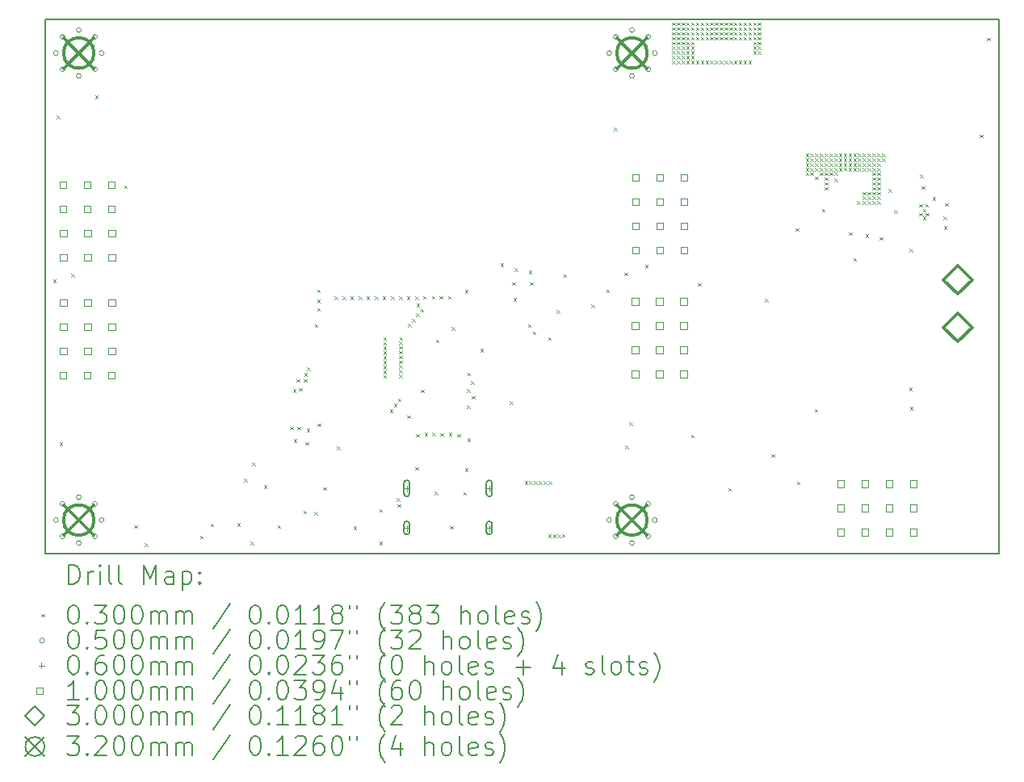
<source format=gbr>
%TF.GenerationSoftware,KiCad,Pcbnew,6.0.7-f9a2dced07~116~ubuntu20.04.1*%
%TF.CreationDate,2022-12-31T15:09:30-05:00*%
%TF.ProjectId,SmallKat v2,536d616c-6c4b-4617-9420-76322e6b6963,rev?*%
%TF.SameCoordinates,Original*%
%TF.FileFunction,Drillmap*%
%TF.FilePolarity,Positive*%
%FSLAX45Y45*%
G04 Gerber Fmt 4.5, Leading zero omitted, Abs format (unit mm)*
G04 Created by KiCad (PCBNEW 6.0.7-f9a2dced07~116~ubuntu20.04.1) date 2022-12-31 15:09:30*
%MOMM*%
%LPD*%
G01*
G04 APERTURE LIST*
%ADD10C,0.200000*%
%ADD11C,0.030000*%
%ADD12C,0.050000*%
%ADD13C,0.060000*%
%ADD14C,0.100000*%
%ADD15C,0.300000*%
%ADD16C,0.320000*%
G04 APERTURE END LIST*
D10*
X6815000Y-13780000D02*
X6815000Y-8180000D01*
X6815000Y-8180000D02*
X16815000Y-8180000D01*
X16815000Y-13780000D02*
X16815000Y-8180000D01*
X16815000Y-13780000D02*
X6815000Y-13780000D01*
D11*
X6895000Y-10905000D02*
X6925000Y-10935000D01*
X6925000Y-10905000D02*
X6895000Y-10935000D01*
X6935000Y-9185000D02*
X6965000Y-9215000D01*
X6965000Y-9185000D02*
X6935000Y-9215000D01*
X6965000Y-12615000D02*
X6995000Y-12645000D01*
X6995000Y-12615000D02*
X6965000Y-12645000D01*
X7085000Y-10845000D02*
X7115000Y-10875000D01*
X7115000Y-10845000D02*
X7085000Y-10875000D01*
X7335000Y-8975000D02*
X7365000Y-9005000D01*
X7365000Y-8975000D02*
X7335000Y-9005000D01*
X7642500Y-9917500D02*
X7672500Y-9947500D01*
X7672500Y-9917500D02*
X7642500Y-9947500D01*
X7745000Y-13485000D02*
X7775000Y-13515000D01*
X7775000Y-13485000D02*
X7745000Y-13515000D01*
X7855000Y-13675000D02*
X7885000Y-13705000D01*
X7885000Y-13675000D02*
X7855000Y-13705000D01*
X8435000Y-13595000D02*
X8465000Y-13625000D01*
X8465000Y-13595000D02*
X8435000Y-13625000D01*
X8545000Y-13465000D02*
X8575000Y-13495000D01*
X8575000Y-13465000D02*
X8545000Y-13495000D01*
X8825000Y-13462500D02*
X8855000Y-13492500D01*
X8855000Y-13462500D02*
X8825000Y-13492500D01*
X8900000Y-12995000D02*
X8930000Y-13025000D01*
X8930000Y-12995000D02*
X8900000Y-13025000D01*
X8965000Y-13655000D02*
X8995000Y-13685000D01*
X8995000Y-13655000D02*
X8965000Y-13685000D01*
X8984000Y-12828000D02*
X9014000Y-12858000D01*
X9014000Y-12828000D02*
X8984000Y-12858000D01*
X9103600Y-13066000D02*
X9133600Y-13096000D01*
X9133600Y-13066000D02*
X9103600Y-13096000D01*
X9250000Y-13485000D02*
X9280000Y-13515000D01*
X9280000Y-13485000D02*
X9250000Y-13515000D01*
X9380000Y-12450000D02*
X9410000Y-12480000D01*
X9410000Y-12450000D02*
X9380000Y-12480000D01*
X9410000Y-12056036D02*
X9440000Y-12086036D01*
X9440000Y-12056036D02*
X9410000Y-12086036D01*
X9420000Y-12580000D02*
X9450000Y-12610000D01*
X9450000Y-12580000D02*
X9420000Y-12610000D01*
X9450518Y-11949482D02*
X9480518Y-11979482D01*
X9480518Y-11949482D02*
X9450518Y-11979482D01*
X9455000Y-12450000D02*
X9485000Y-12480000D01*
X9485000Y-12450000D02*
X9455000Y-12480000D01*
X9475000Y-12045000D02*
X9505000Y-12075000D01*
X9505000Y-12045000D02*
X9475000Y-12075000D01*
X9520000Y-13330000D02*
X9550000Y-13360000D01*
X9550000Y-13330000D02*
X9520000Y-13360000D01*
X9522922Y-11952488D02*
X9552922Y-11982488D01*
X9552922Y-11952488D02*
X9522922Y-11982488D01*
X9530337Y-11887229D02*
X9560337Y-11917229D01*
X9560337Y-11887229D02*
X9530337Y-11917229D01*
X9543594Y-12609770D02*
X9573594Y-12639770D01*
X9573594Y-12609770D02*
X9543594Y-12639770D01*
X9555000Y-12469770D02*
X9585000Y-12499770D01*
X9585000Y-12469770D02*
X9555000Y-12499770D01*
X9556893Y-11830397D02*
X9586893Y-11860397D01*
X9586893Y-11830397D02*
X9556893Y-11860397D01*
X9635000Y-13345000D02*
X9665000Y-13375000D01*
X9665000Y-13345000D02*
X9635000Y-13375000D01*
X9640000Y-11375000D02*
X9670000Y-11405000D01*
X9670000Y-11375000D02*
X9640000Y-11405000D01*
X9662500Y-11117500D02*
X9692500Y-11147500D01*
X9692500Y-11117500D02*
X9662500Y-11147500D01*
X9665000Y-11012500D02*
X9695000Y-11042500D01*
X9695000Y-11012500D02*
X9665000Y-11042500D01*
X9665000Y-11205000D02*
X9695000Y-11235000D01*
X9695000Y-11205000D02*
X9665000Y-11235000D01*
X9670230Y-12418000D02*
X9700230Y-12448000D01*
X9700230Y-12418000D02*
X9670230Y-12448000D01*
X9730000Y-13085000D02*
X9760000Y-13115000D01*
X9760000Y-13085000D02*
X9730000Y-13115000D01*
X9845000Y-11085000D02*
X9875000Y-11115000D01*
X9875000Y-11085000D02*
X9845000Y-11115000D01*
X9870000Y-12660000D02*
X9900000Y-12690000D01*
X9900000Y-12660000D02*
X9870000Y-12690000D01*
X9930000Y-11085000D02*
X9960000Y-11115000D01*
X9960000Y-11085000D02*
X9930000Y-11115000D01*
X10010000Y-11085000D02*
X10040000Y-11115000D01*
X10040000Y-11085000D02*
X10010000Y-11115000D01*
X10045000Y-13495000D02*
X10075000Y-13525000D01*
X10075000Y-13495000D02*
X10045000Y-13525000D01*
X10100000Y-11085000D02*
X10130000Y-11115000D01*
X10130000Y-11085000D02*
X10100000Y-11115000D01*
X10180000Y-11085000D02*
X10210000Y-11115000D01*
X10210000Y-11085000D02*
X10180000Y-11115000D01*
X10270000Y-11085000D02*
X10300000Y-11115000D01*
X10300000Y-11085000D02*
X10270000Y-11115000D01*
X10315000Y-13655000D02*
X10345000Y-13685000D01*
X10345000Y-13655000D02*
X10315000Y-13685000D01*
X10317500Y-13312500D02*
X10347500Y-13342500D01*
X10347500Y-13312500D02*
X10317500Y-13342500D01*
X10350000Y-11085000D02*
X10380000Y-11115000D01*
X10380000Y-11085000D02*
X10350000Y-11115000D01*
X10360000Y-11511950D02*
X10390000Y-11541950D01*
X10390000Y-11511950D02*
X10360000Y-11541950D01*
X10360000Y-11560000D02*
X10390000Y-11590000D01*
X10390000Y-11560000D02*
X10360000Y-11590000D01*
X10360000Y-11610000D02*
X10390000Y-11640000D01*
X10390000Y-11610000D02*
X10360000Y-11640000D01*
X10360000Y-11660000D02*
X10390000Y-11690000D01*
X10390000Y-11660000D02*
X10360000Y-11690000D01*
X10360000Y-11710000D02*
X10390000Y-11740000D01*
X10390000Y-11710000D02*
X10360000Y-11740000D01*
X10360000Y-11760000D02*
X10390000Y-11790000D01*
X10390000Y-11760000D02*
X10360000Y-11790000D01*
X10360000Y-11810000D02*
X10390000Y-11840000D01*
X10390000Y-11810000D02*
X10360000Y-11840000D01*
X10360000Y-11860000D02*
X10390000Y-11890000D01*
X10390000Y-11860000D02*
X10360000Y-11890000D01*
X10360000Y-11910000D02*
X10390000Y-11940000D01*
X10390000Y-11910000D02*
X10360000Y-11940000D01*
X10426438Y-12268953D02*
X10456438Y-12298953D01*
X10456438Y-12268953D02*
X10426438Y-12298953D01*
X10440000Y-11085000D02*
X10470000Y-11115000D01*
X10470000Y-11085000D02*
X10440000Y-11115000D01*
X10467500Y-12207500D02*
X10497500Y-12237500D01*
X10497500Y-12207500D02*
X10467500Y-12237500D01*
X10497500Y-13200000D02*
X10527500Y-13230000D01*
X10527500Y-13200000D02*
X10497500Y-13230000D01*
X10506704Y-13263038D02*
X10536704Y-13293038D01*
X10536704Y-13263038D02*
X10506704Y-13293038D01*
X10510000Y-12155000D02*
X10540000Y-12185000D01*
X10540000Y-12155000D02*
X10510000Y-12185000D01*
X10525000Y-11085000D02*
X10555000Y-11115000D01*
X10555000Y-11085000D02*
X10525000Y-11115000D01*
X10525000Y-11555000D02*
X10555000Y-11585000D01*
X10555000Y-11555000D02*
X10525000Y-11585000D01*
X10525000Y-11605000D02*
X10555000Y-11635000D01*
X10555000Y-11605000D02*
X10525000Y-11635000D01*
X10525000Y-11655000D02*
X10555000Y-11685000D01*
X10555000Y-11655000D02*
X10525000Y-11685000D01*
X10525000Y-11705000D02*
X10555000Y-11735000D01*
X10555000Y-11705000D02*
X10525000Y-11735000D01*
X10525000Y-11755000D02*
X10555000Y-11785000D01*
X10555000Y-11755000D02*
X10525000Y-11785000D01*
X10525000Y-11805000D02*
X10555000Y-11835000D01*
X10555000Y-11805000D02*
X10525000Y-11835000D01*
X10525000Y-11855000D02*
X10555000Y-11885000D01*
X10555000Y-11855000D02*
X10525000Y-11885000D01*
X10525000Y-11905000D02*
X10555000Y-11935000D01*
X10555000Y-11905000D02*
X10525000Y-11935000D01*
X10526409Y-11510204D02*
X10556409Y-11540204D01*
X10556409Y-11510204D02*
X10526409Y-11540204D01*
X10605000Y-11085000D02*
X10635000Y-11115000D01*
X10635000Y-11085000D02*
X10605000Y-11115000D01*
X10607500Y-12330000D02*
X10637500Y-12360000D01*
X10637500Y-12330000D02*
X10607500Y-12360000D01*
X10615000Y-11370230D02*
X10645000Y-11400230D01*
X10645000Y-11370230D02*
X10615000Y-11400230D01*
X10657500Y-11320000D02*
X10687500Y-11350000D01*
X10687500Y-11320000D02*
X10657500Y-11350000D01*
X10695000Y-11085000D02*
X10725000Y-11115000D01*
X10725000Y-11085000D02*
X10695000Y-11115000D01*
X10695000Y-12875000D02*
X10725000Y-12905000D01*
X10725000Y-12875000D02*
X10695000Y-12905000D01*
X10700000Y-11262500D02*
X10730000Y-11292500D01*
X10730000Y-11262500D02*
X10700000Y-11292500D01*
X10700000Y-12525000D02*
X10730000Y-12555000D01*
X10730000Y-12525000D02*
X10700000Y-12555000D01*
X10705000Y-11157500D02*
X10735000Y-11187500D01*
X10735000Y-11157500D02*
X10705000Y-11187500D01*
X10748072Y-11212730D02*
X10778072Y-11242730D01*
X10778072Y-11212730D02*
X10748072Y-11242730D01*
X10750000Y-12062500D02*
X10780000Y-12092500D01*
X10780000Y-12062500D02*
X10750000Y-12092500D01*
X10775000Y-11079770D02*
X10805000Y-11109770D01*
X10805000Y-11079770D02*
X10775000Y-11109770D01*
X10790000Y-12515000D02*
X10820000Y-12545000D01*
X10820000Y-12515000D02*
X10790000Y-12545000D01*
X10865000Y-11079770D02*
X10895000Y-11109770D01*
X10895000Y-11079770D02*
X10865000Y-11109770D01*
X10870000Y-12515000D02*
X10900000Y-12545000D01*
X10900000Y-12515000D02*
X10870000Y-12545000D01*
X10897500Y-13130000D02*
X10927500Y-13160000D01*
X10927500Y-13130000D02*
X10897500Y-13160000D01*
X10910000Y-11535000D02*
X10940000Y-11565000D01*
X10940000Y-11535000D02*
X10910000Y-11565000D01*
X10945000Y-11079770D02*
X10975000Y-11109770D01*
X10975000Y-11079770D02*
X10945000Y-11109770D01*
X10955000Y-12520000D02*
X10985000Y-12550000D01*
X10985000Y-12520000D02*
X10955000Y-12550000D01*
X11035000Y-11079770D02*
X11065000Y-11109770D01*
X11065000Y-11079770D02*
X11035000Y-11109770D01*
X11045000Y-12515000D02*
X11075000Y-12545000D01*
X11075000Y-12515000D02*
X11045000Y-12545000D01*
X11057500Y-13492500D02*
X11087500Y-13522500D01*
X11087500Y-13492500D02*
X11057500Y-13522500D01*
X11075000Y-11402500D02*
X11105000Y-11432500D01*
X11105000Y-11402500D02*
X11075000Y-11432500D01*
X11135000Y-12525000D02*
X11165000Y-12555000D01*
X11165000Y-12525000D02*
X11135000Y-12555000D01*
X11195000Y-13137500D02*
X11225000Y-13167500D01*
X11225000Y-13137500D02*
X11195000Y-13167500D01*
X11215000Y-11015000D02*
X11245000Y-11045000D01*
X11245000Y-11015000D02*
X11215000Y-11045000D01*
X11215000Y-12885000D02*
X11245000Y-12915000D01*
X11245000Y-12885000D02*
X11215000Y-12915000D01*
X11235000Y-12055000D02*
X11265000Y-12085000D01*
X11265000Y-12055000D02*
X11235000Y-12085000D01*
X11235000Y-12225000D02*
X11265000Y-12255000D01*
X11265000Y-12225000D02*
X11235000Y-12255000D01*
X11237206Y-12575000D02*
X11267206Y-12605000D01*
X11267206Y-12575000D02*
X11237206Y-12605000D01*
X11240000Y-11885000D02*
X11270000Y-11915000D01*
X11270000Y-11885000D02*
X11240000Y-11915000D01*
X11275000Y-11970000D02*
X11305000Y-12000000D01*
X11305000Y-11970000D02*
X11275000Y-12000000D01*
X11285000Y-12130000D02*
X11315000Y-12160000D01*
X11315000Y-12130000D02*
X11285000Y-12160000D01*
X11375000Y-11635000D02*
X11405000Y-11665000D01*
X11405000Y-11635000D02*
X11375000Y-11665000D01*
X11585000Y-10735000D02*
X11615000Y-10765000D01*
X11615000Y-10735000D02*
X11585000Y-10765000D01*
X11685000Y-12185000D02*
X11715000Y-12215000D01*
X11715000Y-12185000D02*
X11685000Y-12215000D01*
X11710000Y-10935000D02*
X11740000Y-10965000D01*
X11740000Y-10935000D02*
X11710000Y-10965000D01*
X11722270Y-11099992D02*
X11752270Y-11129992D01*
X11752270Y-11099992D02*
X11722270Y-11129992D01*
X11732489Y-10787242D02*
X11762489Y-10817242D01*
X11762489Y-10787242D02*
X11732489Y-10817242D01*
X11839000Y-13021000D02*
X11869000Y-13051000D01*
X11869000Y-13021000D02*
X11839000Y-13051000D01*
X11875000Y-11375000D02*
X11905000Y-11405000D01*
X11905000Y-11375000D02*
X11875000Y-11405000D01*
X11883549Y-10810367D02*
X11913549Y-10840367D01*
X11913549Y-10810367D02*
X11883549Y-10840367D01*
X11889000Y-13021000D02*
X11919000Y-13051000D01*
X11919000Y-13021000D02*
X11889000Y-13051000D01*
X11895000Y-10935000D02*
X11925000Y-10965000D01*
X11925000Y-10935000D02*
X11895000Y-10965000D01*
X11925000Y-11450000D02*
X11955000Y-11480000D01*
X11955000Y-11450000D02*
X11925000Y-11480000D01*
X11939000Y-13021000D02*
X11969000Y-13051000D01*
X11969000Y-13021000D02*
X11939000Y-13051000D01*
X11989000Y-13021000D02*
X12019000Y-13051000D01*
X12019000Y-13021000D02*
X11989000Y-13051000D01*
X12039000Y-13021000D02*
X12069000Y-13051000D01*
X12069000Y-13021000D02*
X12039000Y-13051000D01*
X12085000Y-13581000D02*
X12115000Y-13611000D01*
X12115000Y-13581000D02*
X12085000Y-13611000D01*
X12087500Y-11510000D02*
X12117500Y-11540000D01*
X12117500Y-11510000D02*
X12087500Y-11540000D01*
X12089000Y-13021000D02*
X12119000Y-13051000D01*
X12119000Y-13021000D02*
X12089000Y-13051000D01*
X12135000Y-13581000D02*
X12165000Y-13611000D01*
X12165000Y-13581000D02*
X12135000Y-13611000D01*
X12175000Y-11227730D02*
X12205000Y-11257730D01*
X12205000Y-11227730D02*
X12175000Y-11257730D01*
X12185000Y-13581000D02*
X12215000Y-13611000D01*
X12215000Y-13581000D02*
X12185000Y-13611000D01*
X12231000Y-13575000D02*
X12261000Y-13605000D01*
X12261000Y-13575000D02*
X12231000Y-13605000D01*
X12247946Y-10849770D02*
X12277946Y-10879770D01*
X12277946Y-10849770D02*
X12247946Y-10879770D01*
X12540000Y-11167500D02*
X12570000Y-11197500D01*
X12570000Y-11167500D02*
X12540000Y-11197500D01*
X12695000Y-11012500D02*
X12725000Y-11042500D01*
X12725000Y-11012500D02*
X12695000Y-11042500D01*
X12775000Y-9315000D02*
X12805000Y-9345000D01*
X12805000Y-9315000D02*
X12775000Y-9345000D01*
X12885000Y-10835000D02*
X12915000Y-10865000D01*
X12915000Y-10835000D02*
X12885000Y-10865000D01*
X12895000Y-12650000D02*
X12925000Y-12680000D01*
X12925000Y-12650000D02*
X12895000Y-12680000D01*
X12935000Y-12405000D02*
X12965000Y-12435000D01*
X12965000Y-12405000D02*
X12935000Y-12435000D01*
X13100000Y-10752500D02*
X13130000Y-10782500D01*
X13130000Y-10752500D02*
X13100000Y-10782500D01*
X13385000Y-8210000D02*
X13415000Y-8240000D01*
X13415000Y-8210000D02*
X13385000Y-8240000D01*
X13385000Y-8260000D02*
X13415000Y-8290000D01*
X13415000Y-8260000D02*
X13385000Y-8290000D01*
X13385000Y-8310000D02*
X13415000Y-8340000D01*
X13415000Y-8310000D02*
X13385000Y-8340000D01*
X13385000Y-8360000D02*
X13415000Y-8390000D01*
X13415000Y-8360000D02*
X13385000Y-8390000D01*
X13385000Y-8410000D02*
X13415000Y-8440000D01*
X13415000Y-8410000D02*
X13385000Y-8440000D01*
X13385000Y-8460000D02*
X13415000Y-8490000D01*
X13415000Y-8460000D02*
X13385000Y-8490000D01*
X13385000Y-8510000D02*
X13415000Y-8540000D01*
X13415000Y-8510000D02*
X13385000Y-8540000D01*
X13385000Y-8560000D02*
X13415000Y-8590000D01*
X13415000Y-8560000D02*
X13385000Y-8590000D01*
X13385000Y-8610000D02*
X13415000Y-8640000D01*
X13415000Y-8610000D02*
X13385000Y-8640000D01*
X13435000Y-8210000D02*
X13465000Y-8240000D01*
X13465000Y-8210000D02*
X13435000Y-8240000D01*
X13435000Y-8260000D02*
X13465000Y-8290000D01*
X13465000Y-8260000D02*
X13435000Y-8290000D01*
X13435000Y-8310000D02*
X13465000Y-8340000D01*
X13465000Y-8310000D02*
X13435000Y-8340000D01*
X13435000Y-8360000D02*
X13465000Y-8390000D01*
X13465000Y-8360000D02*
X13435000Y-8390000D01*
X13435000Y-8410000D02*
X13465000Y-8440000D01*
X13465000Y-8410000D02*
X13435000Y-8440000D01*
X13435000Y-8460000D02*
X13465000Y-8490000D01*
X13465000Y-8460000D02*
X13435000Y-8490000D01*
X13435000Y-8510000D02*
X13465000Y-8540000D01*
X13465000Y-8510000D02*
X13435000Y-8540000D01*
X13435000Y-8560000D02*
X13465000Y-8590000D01*
X13465000Y-8560000D02*
X13435000Y-8590000D01*
X13435000Y-8610000D02*
X13465000Y-8640000D01*
X13465000Y-8610000D02*
X13435000Y-8640000D01*
X13485000Y-8210000D02*
X13515000Y-8240000D01*
X13515000Y-8210000D02*
X13485000Y-8240000D01*
X13485000Y-8260000D02*
X13515000Y-8290000D01*
X13515000Y-8260000D02*
X13485000Y-8290000D01*
X13485000Y-8310000D02*
X13515000Y-8340000D01*
X13515000Y-8310000D02*
X13485000Y-8340000D01*
X13485000Y-8360000D02*
X13515000Y-8390000D01*
X13515000Y-8360000D02*
X13485000Y-8390000D01*
X13485000Y-8410000D02*
X13515000Y-8440000D01*
X13515000Y-8410000D02*
X13485000Y-8440000D01*
X13485000Y-8460000D02*
X13515000Y-8490000D01*
X13515000Y-8460000D02*
X13485000Y-8490000D01*
X13485000Y-8510000D02*
X13515000Y-8540000D01*
X13515000Y-8510000D02*
X13485000Y-8540000D01*
X13485000Y-8560000D02*
X13515000Y-8590000D01*
X13515000Y-8560000D02*
X13485000Y-8590000D01*
X13485000Y-8610000D02*
X13515000Y-8640000D01*
X13515000Y-8610000D02*
X13485000Y-8640000D01*
X13535000Y-8210000D02*
X13565000Y-8240000D01*
X13565000Y-8210000D02*
X13535000Y-8240000D01*
X13535000Y-8260000D02*
X13565000Y-8290000D01*
X13565000Y-8260000D02*
X13535000Y-8290000D01*
X13535000Y-8310000D02*
X13565000Y-8340000D01*
X13565000Y-8310000D02*
X13535000Y-8340000D01*
X13535000Y-8360000D02*
X13565000Y-8390000D01*
X13565000Y-8360000D02*
X13535000Y-8390000D01*
X13535000Y-8410000D02*
X13565000Y-8440000D01*
X13565000Y-8410000D02*
X13535000Y-8440000D01*
X13535000Y-8460000D02*
X13565000Y-8490000D01*
X13565000Y-8460000D02*
X13535000Y-8490000D01*
X13535000Y-8510000D02*
X13565000Y-8540000D01*
X13565000Y-8510000D02*
X13535000Y-8540000D01*
X13535000Y-8560000D02*
X13565000Y-8590000D01*
X13565000Y-8560000D02*
X13535000Y-8590000D01*
X13535000Y-8610000D02*
X13565000Y-8640000D01*
X13565000Y-8610000D02*
X13535000Y-8640000D01*
X13585000Y-8210000D02*
X13615000Y-8240000D01*
X13615000Y-8210000D02*
X13585000Y-8240000D01*
X13585000Y-8260000D02*
X13615000Y-8290000D01*
X13615000Y-8260000D02*
X13585000Y-8290000D01*
X13585000Y-8310000D02*
X13615000Y-8340000D01*
X13615000Y-8310000D02*
X13585000Y-8340000D01*
X13585000Y-8360000D02*
X13615000Y-8390000D01*
X13615000Y-8360000D02*
X13585000Y-8390000D01*
X13585000Y-8410000D02*
X13615000Y-8440000D01*
X13615000Y-8410000D02*
X13585000Y-8440000D01*
X13585000Y-8460000D02*
X13615000Y-8490000D01*
X13615000Y-8460000D02*
X13585000Y-8490000D01*
X13585000Y-8510000D02*
X13615000Y-8540000D01*
X13615000Y-8510000D02*
X13585000Y-8540000D01*
X13585000Y-8560000D02*
X13615000Y-8590000D01*
X13615000Y-8560000D02*
X13585000Y-8590000D01*
X13585000Y-8610000D02*
X13615000Y-8640000D01*
X13615000Y-8610000D02*
X13585000Y-8640000D01*
X13585000Y-12535000D02*
X13615000Y-12565000D01*
X13615000Y-12535000D02*
X13585000Y-12565000D01*
X13635000Y-8210000D02*
X13665000Y-8240000D01*
X13665000Y-8210000D02*
X13635000Y-8240000D01*
X13635000Y-8260000D02*
X13665000Y-8290000D01*
X13665000Y-8260000D02*
X13635000Y-8290000D01*
X13635000Y-8310000D02*
X13665000Y-8340000D01*
X13665000Y-8310000D02*
X13635000Y-8340000D01*
X13635000Y-8360000D02*
X13665000Y-8390000D01*
X13665000Y-8360000D02*
X13635000Y-8390000D01*
X13635000Y-8610000D02*
X13665000Y-8640000D01*
X13665000Y-8610000D02*
X13635000Y-8640000D01*
X13657500Y-10942500D02*
X13687500Y-10972500D01*
X13687500Y-10942500D02*
X13657500Y-10972500D01*
X13685000Y-8210000D02*
X13715000Y-8240000D01*
X13715000Y-8210000D02*
X13685000Y-8240000D01*
X13685000Y-8260000D02*
X13715000Y-8290000D01*
X13715000Y-8260000D02*
X13685000Y-8290000D01*
X13685000Y-8310000D02*
X13715000Y-8340000D01*
X13715000Y-8310000D02*
X13685000Y-8340000D01*
X13685000Y-8360000D02*
X13715000Y-8390000D01*
X13715000Y-8360000D02*
X13685000Y-8390000D01*
X13685000Y-8610000D02*
X13715000Y-8640000D01*
X13715000Y-8610000D02*
X13685000Y-8640000D01*
X13735000Y-8210000D02*
X13765000Y-8240000D01*
X13765000Y-8210000D02*
X13735000Y-8240000D01*
X13735000Y-8260000D02*
X13765000Y-8290000D01*
X13765000Y-8260000D02*
X13735000Y-8290000D01*
X13735000Y-8310000D02*
X13765000Y-8340000D01*
X13765000Y-8310000D02*
X13735000Y-8340000D01*
X13735000Y-8360000D02*
X13765000Y-8390000D01*
X13765000Y-8360000D02*
X13735000Y-8390000D01*
X13735000Y-8610000D02*
X13765000Y-8640000D01*
X13765000Y-8610000D02*
X13735000Y-8640000D01*
X13785000Y-8210000D02*
X13815000Y-8240000D01*
X13815000Y-8210000D02*
X13785000Y-8240000D01*
X13785000Y-8260000D02*
X13815000Y-8290000D01*
X13815000Y-8260000D02*
X13785000Y-8290000D01*
X13785000Y-8310000D02*
X13815000Y-8340000D01*
X13815000Y-8310000D02*
X13785000Y-8340000D01*
X13785000Y-8360000D02*
X13815000Y-8390000D01*
X13815000Y-8360000D02*
X13785000Y-8390000D01*
X13785000Y-8610000D02*
X13815000Y-8640000D01*
X13815000Y-8610000D02*
X13785000Y-8640000D01*
X13835000Y-8210000D02*
X13865000Y-8240000D01*
X13865000Y-8210000D02*
X13835000Y-8240000D01*
X13835000Y-8260000D02*
X13865000Y-8290000D01*
X13865000Y-8260000D02*
X13835000Y-8290000D01*
X13835000Y-8310000D02*
X13865000Y-8340000D01*
X13865000Y-8310000D02*
X13835000Y-8340000D01*
X13835000Y-8360000D02*
X13865000Y-8390000D01*
X13865000Y-8360000D02*
X13835000Y-8390000D01*
X13835000Y-8610000D02*
X13865000Y-8640000D01*
X13865000Y-8610000D02*
X13835000Y-8640000D01*
X13885000Y-8210000D02*
X13915000Y-8240000D01*
X13915000Y-8210000D02*
X13885000Y-8240000D01*
X13885000Y-8260000D02*
X13915000Y-8290000D01*
X13915000Y-8260000D02*
X13885000Y-8290000D01*
X13885000Y-8310000D02*
X13915000Y-8340000D01*
X13915000Y-8310000D02*
X13885000Y-8340000D01*
X13885000Y-8360000D02*
X13915000Y-8390000D01*
X13915000Y-8360000D02*
X13885000Y-8390000D01*
X13885000Y-8610000D02*
X13915000Y-8640000D01*
X13915000Y-8610000D02*
X13885000Y-8640000D01*
X13935000Y-8210000D02*
X13965000Y-8240000D01*
X13965000Y-8210000D02*
X13935000Y-8240000D01*
X13935000Y-8260000D02*
X13965000Y-8290000D01*
X13965000Y-8260000D02*
X13935000Y-8290000D01*
X13935000Y-8310000D02*
X13965000Y-8340000D01*
X13965000Y-8310000D02*
X13935000Y-8340000D01*
X13935000Y-8360000D02*
X13965000Y-8390000D01*
X13965000Y-8360000D02*
X13935000Y-8390000D01*
X13935000Y-8610000D02*
X13965000Y-8640000D01*
X13965000Y-8610000D02*
X13935000Y-8640000D01*
X13975000Y-13095000D02*
X14005000Y-13125000D01*
X14005000Y-13095000D02*
X13975000Y-13125000D01*
X13985000Y-8210000D02*
X14015000Y-8240000D01*
X14015000Y-8210000D02*
X13985000Y-8240000D01*
X13985000Y-8260000D02*
X14015000Y-8290000D01*
X14015000Y-8260000D02*
X13985000Y-8290000D01*
X13985000Y-8310000D02*
X14015000Y-8340000D01*
X14015000Y-8310000D02*
X13985000Y-8340000D01*
X13985000Y-8360000D02*
X14015000Y-8390000D01*
X14015000Y-8360000D02*
X13985000Y-8390000D01*
X13985000Y-8610000D02*
X14015000Y-8640000D01*
X14015000Y-8610000D02*
X13985000Y-8640000D01*
X14035000Y-8210000D02*
X14065000Y-8240000D01*
X14065000Y-8210000D02*
X14035000Y-8240000D01*
X14035000Y-8260000D02*
X14065000Y-8290000D01*
X14065000Y-8260000D02*
X14035000Y-8290000D01*
X14035000Y-8310000D02*
X14065000Y-8340000D01*
X14065000Y-8310000D02*
X14035000Y-8340000D01*
X14035000Y-8360000D02*
X14065000Y-8390000D01*
X14065000Y-8360000D02*
X14035000Y-8390000D01*
X14035000Y-8610000D02*
X14065000Y-8640000D01*
X14065000Y-8610000D02*
X14035000Y-8640000D01*
X14085000Y-8210000D02*
X14115000Y-8240000D01*
X14115000Y-8210000D02*
X14085000Y-8240000D01*
X14085000Y-8260000D02*
X14115000Y-8290000D01*
X14115000Y-8260000D02*
X14085000Y-8290000D01*
X14085000Y-8310000D02*
X14115000Y-8340000D01*
X14115000Y-8310000D02*
X14085000Y-8340000D01*
X14085000Y-8360000D02*
X14115000Y-8390000D01*
X14115000Y-8360000D02*
X14085000Y-8390000D01*
X14085000Y-8610000D02*
X14115000Y-8640000D01*
X14115000Y-8610000D02*
X14085000Y-8640000D01*
X14135000Y-8210000D02*
X14165000Y-8240000D01*
X14165000Y-8210000D02*
X14135000Y-8240000D01*
X14135000Y-8260000D02*
X14165000Y-8290000D01*
X14165000Y-8260000D02*
X14135000Y-8290000D01*
X14135000Y-8310000D02*
X14165000Y-8340000D01*
X14165000Y-8310000D02*
X14135000Y-8340000D01*
X14135000Y-8360000D02*
X14165000Y-8390000D01*
X14165000Y-8360000D02*
X14135000Y-8390000D01*
X14135000Y-8610000D02*
X14165000Y-8640000D01*
X14165000Y-8610000D02*
X14135000Y-8640000D01*
X14185000Y-8210000D02*
X14215000Y-8240000D01*
X14215000Y-8210000D02*
X14185000Y-8240000D01*
X14185000Y-8260000D02*
X14215000Y-8290000D01*
X14215000Y-8260000D02*
X14185000Y-8290000D01*
X14185000Y-8310000D02*
X14215000Y-8340000D01*
X14215000Y-8310000D02*
X14185000Y-8340000D01*
X14185000Y-8360000D02*
X14215000Y-8390000D01*
X14215000Y-8360000D02*
X14185000Y-8390000D01*
X14185000Y-8610000D02*
X14215000Y-8640000D01*
X14215000Y-8610000D02*
X14185000Y-8640000D01*
X14235000Y-8210000D02*
X14265000Y-8240000D01*
X14265000Y-8210000D02*
X14235000Y-8240000D01*
X14235000Y-8260000D02*
X14265000Y-8290000D01*
X14265000Y-8260000D02*
X14235000Y-8290000D01*
X14235000Y-8310000D02*
X14265000Y-8340000D01*
X14265000Y-8310000D02*
X14235000Y-8340000D01*
X14235000Y-8360000D02*
X14265000Y-8390000D01*
X14265000Y-8360000D02*
X14235000Y-8390000D01*
X14235000Y-8410000D02*
X14265000Y-8440000D01*
X14265000Y-8410000D02*
X14235000Y-8440000D01*
X14235000Y-8460000D02*
X14265000Y-8490000D01*
X14265000Y-8460000D02*
X14235000Y-8490000D01*
X14235000Y-8510000D02*
X14265000Y-8540000D01*
X14265000Y-8510000D02*
X14235000Y-8540000D01*
X14285000Y-8210000D02*
X14315000Y-8240000D01*
X14315000Y-8210000D02*
X14285000Y-8240000D01*
X14285000Y-8260000D02*
X14315000Y-8290000D01*
X14315000Y-8260000D02*
X14285000Y-8290000D01*
X14285000Y-8310000D02*
X14315000Y-8340000D01*
X14315000Y-8310000D02*
X14285000Y-8340000D01*
X14285000Y-8360000D02*
X14315000Y-8390000D01*
X14315000Y-8360000D02*
X14285000Y-8390000D01*
X14285000Y-8410000D02*
X14315000Y-8440000D01*
X14315000Y-8410000D02*
X14285000Y-8440000D01*
X14285000Y-8460000D02*
X14315000Y-8490000D01*
X14315000Y-8460000D02*
X14285000Y-8490000D01*
X14285000Y-8510000D02*
X14315000Y-8540000D01*
X14315000Y-8510000D02*
X14285000Y-8540000D01*
X14360000Y-11110000D02*
X14390000Y-11140000D01*
X14390000Y-11110000D02*
X14360000Y-11140000D01*
X14428392Y-12737694D02*
X14458392Y-12767694D01*
X14458392Y-12737694D02*
X14428392Y-12767694D01*
X14682500Y-10367500D02*
X14712500Y-10397500D01*
X14712500Y-10367500D02*
X14682500Y-10397500D01*
X14695000Y-13025000D02*
X14725000Y-13055000D01*
X14725000Y-13025000D02*
X14695000Y-13055000D01*
X14785000Y-9585000D02*
X14815000Y-9615000D01*
X14815000Y-9585000D02*
X14785000Y-9615000D01*
X14785000Y-9635000D02*
X14815000Y-9665000D01*
X14815000Y-9635000D02*
X14785000Y-9665000D01*
X14785000Y-9685000D02*
X14815000Y-9715000D01*
X14815000Y-9685000D02*
X14785000Y-9715000D01*
X14785000Y-9735000D02*
X14815000Y-9765000D01*
X14815000Y-9735000D02*
X14785000Y-9765000D01*
X14785000Y-9785000D02*
X14815000Y-9815000D01*
X14815000Y-9785000D02*
X14785000Y-9815000D01*
X14835000Y-9585000D02*
X14865000Y-9615000D01*
X14865000Y-9585000D02*
X14835000Y-9615000D01*
X14835000Y-9635000D02*
X14865000Y-9665000D01*
X14865000Y-9635000D02*
X14835000Y-9665000D01*
X14835000Y-9685000D02*
X14865000Y-9715000D01*
X14865000Y-9685000D02*
X14835000Y-9715000D01*
X14835000Y-9735000D02*
X14865000Y-9765000D01*
X14865000Y-9735000D02*
X14835000Y-9765000D01*
X14835000Y-9785000D02*
X14865000Y-9815000D01*
X14865000Y-9785000D02*
X14835000Y-9815000D01*
X14880000Y-12262500D02*
X14910000Y-12292500D01*
X14910000Y-12262500D02*
X14880000Y-12292500D01*
X14885000Y-9585000D02*
X14915000Y-9615000D01*
X14915000Y-9585000D02*
X14885000Y-9615000D01*
X14885000Y-9635000D02*
X14915000Y-9665000D01*
X14915000Y-9635000D02*
X14885000Y-9665000D01*
X14885000Y-9685000D02*
X14915000Y-9715000D01*
X14915000Y-9685000D02*
X14885000Y-9715000D01*
X14885000Y-9735000D02*
X14915000Y-9765000D01*
X14915000Y-9735000D02*
X14885000Y-9765000D01*
X14885000Y-9825000D02*
X14915000Y-9855000D01*
X14915000Y-9825000D02*
X14885000Y-9855000D01*
X14935000Y-9585000D02*
X14965000Y-9615000D01*
X14965000Y-9585000D02*
X14935000Y-9615000D01*
X14935000Y-9635000D02*
X14965000Y-9665000D01*
X14965000Y-9635000D02*
X14935000Y-9665000D01*
X14935000Y-9685000D02*
X14965000Y-9715000D01*
X14965000Y-9685000D02*
X14935000Y-9715000D01*
X14935000Y-9735000D02*
X14965000Y-9765000D01*
X14965000Y-9735000D02*
X14935000Y-9765000D01*
X14935000Y-9785000D02*
X14965000Y-9815000D01*
X14965000Y-9785000D02*
X14935000Y-9815000D01*
X14955000Y-10165000D02*
X14985000Y-10195000D01*
X14985000Y-10165000D02*
X14955000Y-10195000D01*
X14985000Y-9585000D02*
X15015000Y-9615000D01*
X15015000Y-9585000D02*
X14985000Y-9615000D01*
X14985000Y-9635000D02*
X15015000Y-9665000D01*
X15015000Y-9635000D02*
X14985000Y-9665000D01*
X14985000Y-9685000D02*
X15015000Y-9715000D01*
X15015000Y-9685000D02*
X14985000Y-9715000D01*
X14985000Y-9735000D02*
X15015000Y-9765000D01*
X15015000Y-9735000D02*
X14985000Y-9765000D01*
X14985000Y-9785000D02*
X15015000Y-9815000D01*
X15015000Y-9785000D02*
X14985000Y-9815000D01*
X14985000Y-9835000D02*
X15015000Y-9865000D01*
X15015000Y-9835000D02*
X14985000Y-9865000D01*
X14985000Y-9885000D02*
X15015000Y-9915000D01*
X15015000Y-9885000D02*
X14985000Y-9915000D01*
X14985000Y-9935000D02*
X15015000Y-9965000D01*
X15015000Y-9935000D02*
X14985000Y-9965000D01*
X15035000Y-9585000D02*
X15065000Y-9615000D01*
X15065000Y-9585000D02*
X15035000Y-9615000D01*
X15035000Y-9635000D02*
X15065000Y-9665000D01*
X15065000Y-9635000D02*
X15035000Y-9665000D01*
X15035000Y-9685000D02*
X15065000Y-9715000D01*
X15065000Y-9685000D02*
X15035000Y-9715000D01*
X15035000Y-9735000D02*
X15065000Y-9765000D01*
X15065000Y-9735000D02*
X15035000Y-9765000D01*
X15035000Y-9785000D02*
X15065000Y-9815000D01*
X15065000Y-9785000D02*
X15035000Y-9815000D01*
X15085000Y-9585000D02*
X15115000Y-9615000D01*
X15115000Y-9585000D02*
X15085000Y-9615000D01*
X15085000Y-9635000D02*
X15115000Y-9665000D01*
X15115000Y-9635000D02*
X15085000Y-9665000D01*
X15085000Y-9685000D02*
X15115000Y-9715000D01*
X15115000Y-9685000D02*
X15085000Y-9715000D01*
X15085000Y-9735000D02*
X15115000Y-9765000D01*
X15115000Y-9735000D02*
X15085000Y-9765000D01*
X15085000Y-9779770D02*
X15115000Y-9809770D01*
X15115000Y-9779770D02*
X15085000Y-9809770D01*
X15085000Y-9845000D02*
X15115000Y-9875000D01*
X15115000Y-9845000D02*
X15085000Y-9875000D01*
X15135000Y-9585000D02*
X15165000Y-9615000D01*
X15165000Y-9585000D02*
X15135000Y-9615000D01*
X15135000Y-9635000D02*
X15165000Y-9665000D01*
X15165000Y-9635000D02*
X15135000Y-9665000D01*
X15135000Y-9685000D02*
X15165000Y-9715000D01*
X15165000Y-9685000D02*
X15135000Y-9715000D01*
X15135000Y-9735000D02*
X15165000Y-9765000D01*
X15165000Y-9735000D02*
X15135000Y-9765000D01*
X15185048Y-9584312D02*
X15215048Y-9614312D01*
X15215048Y-9584312D02*
X15185048Y-9614312D01*
X15185048Y-9634312D02*
X15215048Y-9664312D01*
X15215048Y-9634312D02*
X15185048Y-9664312D01*
X15185048Y-9684312D02*
X15215048Y-9714312D01*
X15215048Y-9684312D02*
X15185048Y-9714312D01*
X15185048Y-9734312D02*
X15215048Y-9764312D01*
X15215048Y-9734312D02*
X15185048Y-9764312D01*
X15235000Y-9585000D02*
X15265000Y-9615000D01*
X15265000Y-9585000D02*
X15235000Y-9615000D01*
X15235000Y-9635000D02*
X15265000Y-9665000D01*
X15265000Y-9635000D02*
X15235000Y-9665000D01*
X15235000Y-9685000D02*
X15265000Y-9715000D01*
X15265000Y-9685000D02*
X15235000Y-9715000D01*
X15235000Y-9735000D02*
X15265000Y-9765000D01*
X15265000Y-9735000D02*
X15235000Y-9765000D01*
X15237500Y-10410000D02*
X15267500Y-10440000D01*
X15267500Y-10410000D02*
X15237500Y-10440000D01*
X15285000Y-9585000D02*
X15315000Y-9615000D01*
X15315000Y-9585000D02*
X15285000Y-9615000D01*
X15285000Y-9635000D02*
X15315000Y-9665000D01*
X15315000Y-9635000D02*
X15285000Y-9665000D01*
X15285000Y-9685000D02*
X15315000Y-9715000D01*
X15315000Y-9685000D02*
X15285000Y-9715000D01*
X15285000Y-9735000D02*
X15315000Y-9765000D01*
X15315000Y-9735000D02*
X15285000Y-9765000D01*
X15287500Y-10680000D02*
X15317500Y-10710000D01*
X15317500Y-10680000D02*
X15287500Y-10710000D01*
X15325000Y-10085000D02*
X15355000Y-10115000D01*
X15355000Y-10085000D02*
X15325000Y-10115000D01*
X15335000Y-9585000D02*
X15365000Y-9615000D01*
X15365000Y-9585000D02*
X15335000Y-9615000D01*
X15335000Y-9635000D02*
X15365000Y-9665000D01*
X15365000Y-9635000D02*
X15335000Y-9665000D01*
X15335000Y-9685000D02*
X15365000Y-9715000D01*
X15365000Y-9685000D02*
X15335000Y-9715000D01*
X15335000Y-9735000D02*
X15365000Y-9765000D01*
X15365000Y-9735000D02*
X15335000Y-9765000D01*
X15385000Y-9585000D02*
X15415000Y-9615000D01*
X15415000Y-9585000D02*
X15385000Y-9615000D01*
X15385000Y-9635000D02*
X15415000Y-9665000D01*
X15415000Y-9635000D02*
X15385000Y-9665000D01*
X15385000Y-9685000D02*
X15415000Y-9715000D01*
X15415000Y-9685000D02*
X15385000Y-9715000D01*
X15385000Y-9735000D02*
X15415000Y-9765000D01*
X15415000Y-9735000D02*
X15385000Y-9765000D01*
X15385000Y-9985000D02*
X15415000Y-10015000D01*
X15415000Y-9985000D02*
X15385000Y-10015000D01*
X15385000Y-10035000D02*
X15415000Y-10065000D01*
X15415000Y-10035000D02*
X15385000Y-10065000D01*
X15385000Y-10085000D02*
X15415000Y-10115000D01*
X15415000Y-10085000D02*
X15385000Y-10115000D01*
X15412500Y-10430000D02*
X15442500Y-10460000D01*
X15442500Y-10430000D02*
X15412500Y-10460000D01*
X15435000Y-9585000D02*
X15465000Y-9615000D01*
X15465000Y-9585000D02*
X15435000Y-9615000D01*
X15435000Y-9635000D02*
X15465000Y-9665000D01*
X15465000Y-9635000D02*
X15435000Y-9665000D01*
X15435000Y-9685000D02*
X15465000Y-9715000D01*
X15465000Y-9685000D02*
X15435000Y-9715000D01*
X15435000Y-9735000D02*
X15465000Y-9765000D01*
X15465000Y-9735000D02*
X15435000Y-9765000D01*
X15435000Y-9985000D02*
X15465000Y-10015000D01*
X15465000Y-9985000D02*
X15435000Y-10015000D01*
X15435000Y-10035000D02*
X15465000Y-10065000D01*
X15465000Y-10035000D02*
X15435000Y-10065000D01*
X15435000Y-10085000D02*
X15465000Y-10115000D01*
X15465000Y-10085000D02*
X15435000Y-10115000D01*
X15485000Y-9585000D02*
X15515000Y-9615000D01*
X15515000Y-9585000D02*
X15485000Y-9615000D01*
X15485000Y-9635000D02*
X15515000Y-9665000D01*
X15515000Y-9635000D02*
X15485000Y-9665000D01*
X15485000Y-9685000D02*
X15515000Y-9715000D01*
X15515000Y-9685000D02*
X15485000Y-9715000D01*
X15485000Y-9735000D02*
X15515000Y-9765000D01*
X15515000Y-9735000D02*
X15485000Y-9765000D01*
X15485000Y-9785000D02*
X15515000Y-9815000D01*
X15515000Y-9785000D02*
X15485000Y-9815000D01*
X15485000Y-9835000D02*
X15515000Y-9865000D01*
X15515000Y-9835000D02*
X15485000Y-9865000D01*
X15485000Y-9885000D02*
X15515000Y-9915000D01*
X15515000Y-9885000D02*
X15485000Y-9915000D01*
X15485000Y-9935000D02*
X15515000Y-9965000D01*
X15515000Y-9935000D02*
X15485000Y-9965000D01*
X15485000Y-9985000D02*
X15515000Y-10015000D01*
X15515000Y-9985000D02*
X15485000Y-10015000D01*
X15485000Y-10035000D02*
X15515000Y-10065000D01*
X15515000Y-10035000D02*
X15485000Y-10065000D01*
X15485000Y-10085000D02*
X15515000Y-10115000D01*
X15515000Y-10085000D02*
X15485000Y-10115000D01*
X15535000Y-9585000D02*
X15565000Y-9615000D01*
X15565000Y-9585000D02*
X15535000Y-9615000D01*
X15535000Y-9635000D02*
X15565000Y-9665000D01*
X15565000Y-9635000D02*
X15535000Y-9665000D01*
X15535000Y-9685000D02*
X15565000Y-9715000D01*
X15565000Y-9685000D02*
X15535000Y-9715000D01*
X15535000Y-9735000D02*
X15565000Y-9765000D01*
X15565000Y-9735000D02*
X15535000Y-9765000D01*
X15535000Y-9785000D02*
X15565000Y-9815000D01*
X15565000Y-9785000D02*
X15535000Y-9815000D01*
X15535000Y-9835000D02*
X15565000Y-9865000D01*
X15565000Y-9835000D02*
X15535000Y-9865000D01*
X15535000Y-9885000D02*
X15565000Y-9915000D01*
X15565000Y-9885000D02*
X15535000Y-9915000D01*
X15535000Y-9935000D02*
X15565000Y-9965000D01*
X15565000Y-9935000D02*
X15535000Y-9965000D01*
X15535000Y-9985000D02*
X15565000Y-10015000D01*
X15565000Y-9985000D02*
X15535000Y-10015000D01*
X15535000Y-10035000D02*
X15565000Y-10065000D01*
X15565000Y-10035000D02*
X15535000Y-10065000D01*
X15535000Y-10085000D02*
X15565000Y-10115000D01*
X15565000Y-10085000D02*
X15535000Y-10115000D01*
X15560000Y-10460000D02*
X15590000Y-10490000D01*
X15590000Y-10460000D02*
X15560000Y-10490000D01*
X15585000Y-9585000D02*
X15615000Y-9615000D01*
X15615000Y-9585000D02*
X15585000Y-9615000D01*
X15585000Y-9635000D02*
X15615000Y-9665000D01*
X15615000Y-9635000D02*
X15585000Y-9665000D01*
X15655000Y-9955000D02*
X15685000Y-9985000D01*
X15685000Y-9955000D02*
X15655000Y-9985000D01*
X15715000Y-10175000D02*
X15745000Y-10205000D01*
X15745000Y-10175000D02*
X15715000Y-10205000D01*
X15870000Y-12040000D02*
X15900000Y-12070000D01*
X15900000Y-12040000D02*
X15870000Y-12070000D01*
X15875000Y-10585000D02*
X15905000Y-10615000D01*
X15905000Y-10585000D02*
X15875000Y-10615000D01*
X15880000Y-12245000D02*
X15910000Y-12275000D01*
X15910000Y-12245000D02*
X15880000Y-12275000D01*
X15975000Y-10115000D02*
X16005000Y-10145000D01*
X16005000Y-10115000D02*
X15975000Y-10145000D01*
X15975000Y-10205000D02*
X16005000Y-10235000D01*
X16005000Y-10205000D02*
X15975000Y-10235000D01*
X15985000Y-9805000D02*
X16015000Y-9835000D01*
X16015000Y-9805000D02*
X15985000Y-9835000D01*
X16002631Y-9927040D02*
X16032631Y-9957040D01*
X16032631Y-9927040D02*
X16002631Y-9957040D01*
X16015000Y-10165000D02*
X16045000Y-10195000D01*
X16045000Y-10165000D02*
X16015000Y-10195000D01*
X16015000Y-10245000D02*
X16045000Y-10275000D01*
X16045000Y-10245000D02*
X16015000Y-10275000D01*
X16040000Y-10115000D02*
X16070000Y-10145000D01*
X16070000Y-10115000D02*
X16040000Y-10145000D01*
X16045000Y-10205000D02*
X16075000Y-10235000D01*
X16075000Y-10205000D02*
X16045000Y-10235000D01*
X16117714Y-10042286D02*
X16147714Y-10072286D01*
X16147714Y-10042286D02*
X16117714Y-10072286D01*
X16231246Y-10245497D02*
X16261246Y-10275497D01*
X16261246Y-10245497D02*
X16231246Y-10275497D01*
X16235000Y-10345000D02*
X16265000Y-10375000D01*
X16265000Y-10345000D02*
X16235000Y-10375000D01*
X16245000Y-10105000D02*
X16275000Y-10135000D01*
X16275000Y-10105000D02*
X16245000Y-10135000D01*
X16610000Y-9385000D02*
X16640000Y-9415000D01*
X16640000Y-9385000D02*
X16610000Y-9415000D01*
X16687500Y-8370000D02*
X16717500Y-8400000D01*
X16717500Y-8370000D02*
X16687500Y-8400000D01*
D12*
X6950000Y-8530000D02*
G75*
G03*
X6950000Y-8530000I-25000J0D01*
G01*
X6950000Y-13430000D02*
G75*
G03*
X6950000Y-13430000I-25000J0D01*
G01*
X7020294Y-8360294D02*
G75*
G03*
X7020294Y-8360294I-25000J0D01*
G01*
X7020294Y-8699706D02*
G75*
G03*
X7020294Y-8699706I-25000J0D01*
G01*
X7020294Y-13260294D02*
G75*
G03*
X7020294Y-13260294I-25000J0D01*
G01*
X7020294Y-13599706D02*
G75*
G03*
X7020294Y-13599706I-25000J0D01*
G01*
X7190000Y-8290000D02*
G75*
G03*
X7190000Y-8290000I-25000J0D01*
G01*
X7190000Y-8770000D02*
G75*
G03*
X7190000Y-8770000I-25000J0D01*
G01*
X7190000Y-13190000D02*
G75*
G03*
X7190000Y-13190000I-25000J0D01*
G01*
X7190000Y-13670000D02*
G75*
G03*
X7190000Y-13670000I-25000J0D01*
G01*
X7359706Y-8360294D02*
G75*
G03*
X7359706Y-8360294I-25000J0D01*
G01*
X7359706Y-8699706D02*
G75*
G03*
X7359706Y-8699706I-25000J0D01*
G01*
X7359706Y-13260294D02*
G75*
G03*
X7359706Y-13260294I-25000J0D01*
G01*
X7359706Y-13599706D02*
G75*
G03*
X7359706Y-13599706I-25000J0D01*
G01*
X7430000Y-8530000D02*
G75*
G03*
X7430000Y-8530000I-25000J0D01*
G01*
X7430000Y-13430000D02*
G75*
G03*
X7430000Y-13430000I-25000J0D01*
G01*
X12750000Y-8530000D02*
G75*
G03*
X12750000Y-8530000I-25000J0D01*
G01*
X12750000Y-13430000D02*
G75*
G03*
X12750000Y-13430000I-25000J0D01*
G01*
X12820294Y-8360294D02*
G75*
G03*
X12820294Y-8360294I-25000J0D01*
G01*
X12820294Y-8699706D02*
G75*
G03*
X12820294Y-8699706I-25000J0D01*
G01*
X12820294Y-13260294D02*
G75*
G03*
X12820294Y-13260294I-25000J0D01*
G01*
X12820294Y-13599706D02*
G75*
G03*
X12820294Y-13599706I-25000J0D01*
G01*
X12990000Y-8290000D02*
G75*
G03*
X12990000Y-8290000I-25000J0D01*
G01*
X12990000Y-8770000D02*
G75*
G03*
X12990000Y-8770000I-25000J0D01*
G01*
X12990000Y-13190000D02*
G75*
G03*
X12990000Y-13190000I-25000J0D01*
G01*
X12990000Y-13670000D02*
G75*
G03*
X12990000Y-13670000I-25000J0D01*
G01*
X13159706Y-8360294D02*
G75*
G03*
X13159706Y-8360294I-25000J0D01*
G01*
X13159706Y-8699706D02*
G75*
G03*
X13159706Y-8699706I-25000J0D01*
G01*
X13159706Y-13260294D02*
G75*
G03*
X13159706Y-13260294I-25000J0D01*
G01*
X13159706Y-13599706D02*
G75*
G03*
X13159706Y-13599706I-25000J0D01*
G01*
X13230000Y-8530000D02*
G75*
G03*
X13230000Y-8530000I-25000J0D01*
G01*
X13230000Y-13430000D02*
G75*
G03*
X13230000Y-13430000I-25000J0D01*
G01*
D13*
X10603885Y-13067500D02*
X10603885Y-13127500D01*
X10573885Y-13097500D02*
X10633885Y-13097500D01*
D10*
X10573885Y-13042500D02*
X10573885Y-13152500D01*
X10633885Y-13042500D02*
X10633885Y-13152500D01*
X10573885Y-13152500D02*
G75*
G03*
X10633885Y-13152500I30000J0D01*
G01*
X10633885Y-13042500D02*
G75*
G03*
X10573885Y-13042500I-30000J0D01*
G01*
D13*
X10603885Y-13482500D02*
X10603885Y-13542500D01*
X10573885Y-13512500D02*
X10633885Y-13512500D01*
D10*
X10573885Y-13472500D02*
X10573885Y-13552500D01*
X10633885Y-13472500D02*
X10633885Y-13552500D01*
X10573885Y-13552500D02*
G75*
G03*
X10633885Y-13552500I30000J0D01*
G01*
X10633885Y-13472500D02*
G75*
G03*
X10573885Y-13472500I-30000J0D01*
G01*
D13*
X11467885Y-13067500D02*
X11467885Y-13127500D01*
X11437885Y-13097500D02*
X11497885Y-13097500D01*
D10*
X11437885Y-13042500D02*
X11437885Y-13152500D01*
X11497885Y-13042500D02*
X11497885Y-13152500D01*
X11437885Y-13152500D02*
G75*
G03*
X11497885Y-13152500I30000J0D01*
G01*
X11497885Y-13042500D02*
G75*
G03*
X11437885Y-13042500I-30000J0D01*
G01*
D13*
X11468385Y-13482500D02*
X11468385Y-13542500D01*
X11438385Y-13512500D02*
X11498385Y-13512500D01*
D10*
X11438385Y-13472500D02*
X11438385Y-13552500D01*
X11498385Y-13472500D02*
X11498385Y-13552500D01*
X11438385Y-13552500D02*
G75*
G03*
X11498385Y-13552500I30000J0D01*
G01*
X11498385Y-13472500D02*
G75*
G03*
X11438385Y-13472500I-30000J0D01*
G01*
D14*
X7035496Y-11945996D02*
X7035496Y-11875284D01*
X6964784Y-11875284D01*
X6964784Y-11945996D01*
X7035496Y-11945996D01*
X7037126Y-9949556D02*
X7037126Y-9878844D01*
X6966414Y-9878844D01*
X6966414Y-9949556D01*
X7037126Y-9949556D01*
X7037126Y-10203556D02*
X7037126Y-10132844D01*
X6966414Y-10132844D01*
X6966414Y-10203556D01*
X7037126Y-10203556D01*
X7039496Y-11183996D02*
X7039496Y-11113284D01*
X6968784Y-11113284D01*
X6968784Y-11183996D01*
X7039496Y-11183996D01*
X7039496Y-11437996D02*
X7039496Y-11367284D01*
X6968784Y-11367284D01*
X6968784Y-11437996D01*
X7039496Y-11437996D01*
X7039496Y-11691996D02*
X7039496Y-11621284D01*
X6968784Y-11621284D01*
X6968784Y-11691996D01*
X7039496Y-11691996D01*
X7039626Y-10457556D02*
X7039626Y-10386844D01*
X6968914Y-10386844D01*
X6968914Y-10457556D01*
X7039626Y-10457556D01*
X7039626Y-10711556D02*
X7039626Y-10640844D01*
X6968914Y-10640844D01*
X6968914Y-10711556D01*
X7039626Y-10711556D01*
X7289496Y-11945996D02*
X7289496Y-11875284D01*
X7218784Y-11875284D01*
X7218784Y-11945996D01*
X7289496Y-11945996D01*
X7291126Y-9949556D02*
X7291126Y-9878844D01*
X7220414Y-9878844D01*
X7220414Y-9949556D01*
X7291126Y-9949556D01*
X7291126Y-10203556D02*
X7291126Y-10132844D01*
X7220414Y-10132844D01*
X7220414Y-10203556D01*
X7291126Y-10203556D01*
X7293496Y-11183996D02*
X7293496Y-11113284D01*
X7222784Y-11113284D01*
X7222784Y-11183996D01*
X7293496Y-11183996D01*
X7293496Y-11437996D02*
X7293496Y-11367284D01*
X7222784Y-11367284D01*
X7222784Y-11437996D01*
X7293496Y-11437996D01*
X7293496Y-11691996D02*
X7293496Y-11621284D01*
X7222784Y-11621284D01*
X7222784Y-11691996D01*
X7293496Y-11691996D01*
X7293626Y-10457556D02*
X7293626Y-10386844D01*
X7222914Y-10386844D01*
X7222914Y-10457556D01*
X7293626Y-10457556D01*
X7293626Y-10711556D02*
X7293626Y-10640844D01*
X7222914Y-10640844D01*
X7222914Y-10711556D01*
X7293626Y-10711556D01*
X7543496Y-11945996D02*
X7543496Y-11875284D01*
X7472784Y-11875284D01*
X7472784Y-11945996D01*
X7543496Y-11945996D01*
X7545126Y-9949556D02*
X7545126Y-9878844D01*
X7474414Y-9878844D01*
X7474414Y-9949556D01*
X7545126Y-9949556D01*
X7545126Y-10203556D02*
X7545126Y-10132844D01*
X7474414Y-10132844D01*
X7474414Y-10203556D01*
X7545126Y-10203556D01*
X7547496Y-11183996D02*
X7547496Y-11113284D01*
X7476784Y-11113284D01*
X7476784Y-11183996D01*
X7547496Y-11183996D01*
X7547496Y-11437996D02*
X7547496Y-11367284D01*
X7476784Y-11367284D01*
X7476784Y-11437996D01*
X7547496Y-11437996D01*
X7547496Y-11691996D02*
X7547496Y-11621284D01*
X7476784Y-11621284D01*
X7476784Y-11691996D01*
X7547496Y-11691996D01*
X7547626Y-10457556D02*
X7547626Y-10386844D01*
X7476914Y-10386844D01*
X7476914Y-10457556D01*
X7547626Y-10457556D01*
X7547626Y-10711556D02*
X7547626Y-10640844D01*
X7476914Y-10640844D01*
X7476914Y-10711556D01*
X7547626Y-10711556D01*
X13034716Y-11172836D02*
X13034716Y-11102124D01*
X12964004Y-11102124D01*
X12964004Y-11172836D01*
X13034716Y-11172836D01*
X13034716Y-11426836D02*
X13034716Y-11356124D01*
X12964004Y-11356124D01*
X12964004Y-11426836D01*
X13034716Y-11426836D01*
X13034716Y-11680836D02*
X13034716Y-11610124D01*
X12964004Y-11610124D01*
X12964004Y-11680836D01*
X13034716Y-11680836D01*
X13034716Y-11934836D02*
X13034716Y-11864124D01*
X12964004Y-11864124D01*
X12964004Y-11934836D01*
X13034716Y-11934836D01*
X13037636Y-9874236D02*
X13037636Y-9803524D01*
X12966924Y-9803524D01*
X12966924Y-9874236D01*
X13037636Y-9874236D01*
X13037636Y-10128236D02*
X13037636Y-10057524D01*
X12966924Y-10057524D01*
X12966924Y-10128236D01*
X13037636Y-10128236D01*
X13037636Y-10382236D02*
X13037636Y-10311524D01*
X12966924Y-10311524D01*
X12966924Y-10382236D01*
X13037636Y-10382236D01*
X13037636Y-10636236D02*
X13037636Y-10565524D01*
X12966924Y-10565524D01*
X12966924Y-10636236D01*
X13037636Y-10636236D01*
X13288716Y-11172836D02*
X13288716Y-11102124D01*
X13218004Y-11102124D01*
X13218004Y-11172836D01*
X13288716Y-11172836D01*
X13288716Y-11426836D02*
X13288716Y-11356124D01*
X13218004Y-11356124D01*
X13218004Y-11426836D01*
X13288716Y-11426836D01*
X13288716Y-11680836D02*
X13288716Y-11610124D01*
X13218004Y-11610124D01*
X13218004Y-11680836D01*
X13288716Y-11680836D01*
X13288716Y-11934836D02*
X13288716Y-11864124D01*
X13218004Y-11864124D01*
X13218004Y-11934836D01*
X13288716Y-11934836D01*
X13291636Y-9874236D02*
X13291636Y-9803524D01*
X13220924Y-9803524D01*
X13220924Y-9874236D01*
X13291636Y-9874236D01*
X13291636Y-10128236D02*
X13291636Y-10057524D01*
X13220924Y-10057524D01*
X13220924Y-10128236D01*
X13291636Y-10128236D01*
X13291636Y-10382236D02*
X13291636Y-10311524D01*
X13220924Y-10311524D01*
X13220924Y-10382236D01*
X13291636Y-10382236D01*
X13291636Y-10636236D02*
X13291636Y-10565524D01*
X13220924Y-10565524D01*
X13220924Y-10636236D01*
X13291636Y-10636236D01*
X13542716Y-11172836D02*
X13542716Y-11102124D01*
X13472004Y-11102124D01*
X13472004Y-11172836D01*
X13542716Y-11172836D01*
X13542716Y-11426836D02*
X13542716Y-11356124D01*
X13472004Y-11356124D01*
X13472004Y-11426836D01*
X13542716Y-11426836D01*
X13542716Y-11680836D02*
X13542716Y-11610124D01*
X13472004Y-11610124D01*
X13472004Y-11680836D01*
X13542716Y-11680836D01*
X13542716Y-11934836D02*
X13542716Y-11864124D01*
X13472004Y-11864124D01*
X13472004Y-11934836D01*
X13542716Y-11934836D01*
X13545636Y-9874236D02*
X13545636Y-9803524D01*
X13474924Y-9803524D01*
X13474924Y-9874236D01*
X13545636Y-9874236D01*
X13545636Y-10128236D02*
X13545636Y-10057524D01*
X13474924Y-10057524D01*
X13474924Y-10128236D01*
X13545636Y-10128236D01*
X13545636Y-10382236D02*
X13545636Y-10311524D01*
X13474924Y-10311524D01*
X13474924Y-10382236D01*
X13545636Y-10382236D01*
X13545636Y-10636236D02*
X13545636Y-10565524D01*
X13474924Y-10565524D01*
X13474924Y-10636236D01*
X13545636Y-10636236D01*
X15186356Y-13084356D02*
X15186356Y-13013644D01*
X15115644Y-13013644D01*
X15115644Y-13084356D01*
X15186356Y-13084356D01*
X15186356Y-13338356D02*
X15186356Y-13267644D01*
X15115644Y-13267644D01*
X15115644Y-13338356D01*
X15186356Y-13338356D01*
X15186356Y-13592356D02*
X15186356Y-13521644D01*
X15115644Y-13521644D01*
X15115644Y-13592356D01*
X15186356Y-13592356D01*
X15442356Y-13084356D02*
X15442356Y-13013644D01*
X15371644Y-13013644D01*
X15371644Y-13084356D01*
X15442356Y-13084356D01*
X15442356Y-13338356D02*
X15442356Y-13267644D01*
X15371644Y-13267644D01*
X15371644Y-13338356D01*
X15442356Y-13338356D01*
X15442356Y-13592356D02*
X15442356Y-13521644D01*
X15371644Y-13521644D01*
X15371644Y-13592356D01*
X15442356Y-13592356D01*
X15696356Y-13084356D02*
X15696356Y-13013644D01*
X15625644Y-13013644D01*
X15625644Y-13084356D01*
X15696356Y-13084356D01*
X15696356Y-13338356D02*
X15696356Y-13267644D01*
X15625644Y-13267644D01*
X15625644Y-13338356D01*
X15696356Y-13338356D01*
X15696356Y-13592356D02*
X15696356Y-13521644D01*
X15625644Y-13521644D01*
X15625644Y-13592356D01*
X15696356Y-13592356D01*
X15951356Y-13084356D02*
X15951356Y-13013644D01*
X15880644Y-13013644D01*
X15880644Y-13084356D01*
X15951356Y-13084356D01*
X15951356Y-13338356D02*
X15951356Y-13267644D01*
X15880644Y-13267644D01*
X15880644Y-13338356D01*
X15951356Y-13338356D01*
X15951356Y-13592356D02*
X15951356Y-13521644D01*
X15880644Y-13521644D01*
X15880644Y-13592356D01*
X15951356Y-13592356D01*
D15*
X16379000Y-11059000D02*
X16529000Y-10909000D01*
X16379000Y-10759000D01*
X16229000Y-10909000D01*
X16379000Y-11059000D01*
X16379000Y-11559000D02*
X16529000Y-11409000D01*
X16379000Y-11259000D01*
X16229000Y-11409000D01*
X16379000Y-11559000D01*
D16*
X7005000Y-8370000D02*
X7325000Y-8690000D01*
X7325000Y-8370000D02*
X7005000Y-8690000D01*
X7325000Y-8530000D02*
G75*
G03*
X7325000Y-8530000I-160000J0D01*
G01*
X7005000Y-13270000D02*
X7325000Y-13590000D01*
X7325000Y-13270000D02*
X7005000Y-13590000D01*
X7325000Y-13430000D02*
G75*
G03*
X7325000Y-13430000I-160000J0D01*
G01*
X12805000Y-8370000D02*
X13125000Y-8690000D01*
X13125000Y-8370000D02*
X12805000Y-8690000D01*
X13125000Y-8530000D02*
G75*
G03*
X13125000Y-8530000I-160000J0D01*
G01*
X12805000Y-13270000D02*
X13125000Y-13590000D01*
X13125000Y-13270000D02*
X12805000Y-13590000D01*
X13125000Y-13430000D02*
G75*
G03*
X13125000Y-13430000I-160000J0D01*
G01*
D10*
X7062619Y-14100476D02*
X7062619Y-13900476D01*
X7110238Y-13900476D01*
X7138809Y-13910000D01*
X7157857Y-13929048D01*
X7167381Y-13948095D01*
X7176905Y-13986190D01*
X7176905Y-14014762D01*
X7167381Y-14052857D01*
X7157857Y-14071905D01*
X7138809Y-14090952D01*
X7110238Y-14100476D01*
X7062619Y-14100476D01*
X7262619Y-14100476D02*
X7262619Y-13967143D01*
X7262619Y-14005238D02*
X7272143Y-13986190D01*
X7281667Y-13976667D01*
X7300714Y-13967143D01*
X7319762Y-13967143D01*
X7386428Y-14100476D02*
X7386428Y-13967143D01*
X7386428Y-13900476D02*
X7376905Y-13910000D01*
X7386428Y-13919524D01*
X7395952Y-13910000D01*
X7386428Y-13900476D01*
X7386428Y-13919524D01*
X7510238Y-14100476D02*
X7491190Y-14090952D01*
X7481667Y-14071905D01*
X7481667Y-13900476D01*
X7615000Y-14100476D02*
X7595952Y-14090952D01*
X7586428Y-14071905D01*
X7586428Y-13900476D01*
X7843571Y-14100476D02*
X7843571Y-13900476D01*
X7910238Y-14043333D01*
X7976905Y-13900476D01*
X7976905Y-14100476D01*
X8157857Y-14100476D02*
X8157857Y-13995714D01*
X8148333Y-13976667D01*
X8129286Y-13967143D01*
X8091190Y-13967143D01*
X8072143Y-13976667D01*
X8157857Y-14090952D02*
X8138809Y-14100476D01*
X8091190Y-14100476D01*
X8072143Y-14090952D01*
X8062619Y-14071905D01*
X8062619Y-14052857D01*
X8072143Y-14033809D01*
X8091190Y-14024286D01*
X8138809Y-14024286D01*
X8157857Y-14014762D01*
X8253095Y-13967143D02*
X8253095Y-14167143D01*
X8253095Y-13976667D02*
X8272143Y-13967143D01*
X8310238Y-13967143D01*
X8329286Y-13976667D01*
X8338809Y-13986190D01*
X8348333Y-14005238D01*
X8348333Y-14062381D01*
X8338809Y-14081428D01*
X8329286Y-14090952D01*
X8310238Y-14100476D01*
X8272143Y-14100476D01*
X8253095Y-14090952D01*
X8434048Y-14081428D02*
X8443571Y-14090952D01*
X8434048Y-14100476D01*
X8424524Y-14090952D01*
X8434048Y-14081428D01*
X8434048Y-14100476D01*
X8434048Y-13976667D02*
X8443571Y-13986190D01*
X8434048Y-13995714D01*
X8424524Y-13986190D01*
X8434048Y-13976667D01*
X8434048Y-13995714D01*
D11*
X6775000Y-14415000D02*
X6805000Y-14445000D01*
X6805000Y-14415000D02*
X6775000Y-14445000D01*
D10*
X7100714Y-14320476D02*
X7119762Y-14320476D01*
X7138809Y-14330000D01*
X7148333Y-14339524D01*
X7157857Y-14358571D01*
X7167381Y-14396667D01*
X7167381Y-14444286D01*
X7157857Y-14482381D01*
X7148333Y-14501428D01*
X7138809Y-14510952D01*
X7119762Y-14520476D01*
X7100714Y-14520476D01*
X7081667Y-14510952D01*
X7072143Y-14501428D01*
X7062619Y-14482381D01*
X7053095Y-14444286D01*
X7053095Y-14396667D01*
X7062619Y-14358571D01*
X7072143Y-14339524D01*
X7081667Y-14330000D01*
X7100714Y-14320476D01*
X7253095Y-14501428D02*
X7262619Y-14510952D01*
X7253095Y-14520476D01*
X7243571Y-14510952D01*
X7253095Y-14501428D01*
X7253095Y-14520476D01*
X7329286Y-14320476D02*
X7453095Y-14320476D01*
X7386428Y-14396667D01*
X7415000Y-14396667D01*
X7434048Y-14406190D01*
X7443571Y-14415714D01*
X7453095Y-14434762D01*
X7453095Y-14482381D01*
X7443571Y-14501428D01*
X7434048Y-14510952D01*
X7415000Y-14520476D01*
X7357857Y-14520476D01*
X7338809Y-14510952D01*
X7329286Y-14501428D01*
X7576905Y-14320476D02*
X7595952Y-14320476D01*
X7615000Y-14330000D01*
X7624524Y-14339524D01*
X7634048Y-14358571D01*
X7643571Y-14396667D01*
X7643571Y-14444286D01*
X7634048Y-14482381D01*
X7624524Y-14501428D01*
X7615000Y-14510952D01*
X7595952Y-14520476D01*
X7576905Y-14520476D01*
X7557857Y-14510952D01*
X7548333Y-14501428D01*
X7538809Y-14482381D01*
X7529286Y-14444286D01*
X7529286Y-14396667D01*
X7538809Y-14358571D01*
X7548333Y-14339524D01*
X7557857Y-14330000D01*
X7576905Y-14320476D01*
X7767381Y-14320476D02*
X7786428Y-14320476D01*
X7805476Y-14330000D01*
X7815000Y-14339524D01*
X7824524Y-14358571D01*
X7834048Y-14396667D01*
X7834048Y-14444286D01*
X7824524Y-14482381D01*
X7815000Y-14501428D01*
X7805476Y-14510952D01*
X7786428Y-14520476D01*
X7767381Y-14520476D01*
X7748333Y-14510952D01*
X7738809Y-14501428D01*
X7729286Y-14482381D01*
X7719762Y-14444286D01*
X7719762Y-14396667D01*
X7729286Y-14358571D01*
X7738809Y-14339524D01*
X7748333Y-14330000D01*
X7767381Y-14320476D01*
X7919762Y-14520476D02*
X7919762Y-14387143D01*
X7919762Y-14406190D02*
X7929286Y-14396667D01*
X7948333Y-14387143D01*
X7976905Y-14387143D01*
X7995952Y-14396667D01*
X8005476Y-14415714D01*
X8005476Y-14520476D01*
X8005476Y-14415714D02*
X8015000Y-14396667D01*
X8034048Y-14387143D01*
X8062619Y-14387143D01*
X8081667Y-14396667D01*
X8091190Y-14415714D01*
X8091190Y-14520476D01*
X8186428Y-14520476D02*
X8186428Y-14387143D01*
X8186428Y-14406190D02*
X8195952Y-14396667D01*
X8215000Y-14387143D01*
X8243571Y-14387143D01*
X8262619Y-14396667D01*
X8272143Y-14415714D01*
X8272143Y-14520476D01*
X8272143Y-14415714D02*
X8281667Y-14396667D01*
X8300714Y-14387143D01*
X8329286Y-14387143D01*
X8348333Y-14396667D01*
X8357857Y-14415714D01*
X8357857Y-14520476D01*
X8748333Y-14310952D02*
X8576905Y-14568095D01*
X9005476Y-14320476D02*
X9024524Y-14320476D01*
X9043571Y-14330000D01*
X9053095Y-14339524D01*
X9062619Y-14358571D01*
X9072143Y-14396667D01*
X9072143Y-14444286D01*
X9062619Y-14482381D01*
X9053095Y-14501428D01*
X9043571Y-14510952D01*
X9024524Y-14520476D01*
X9005476Y-14520476D01*
X8986429Y-14510952D01*
X8976905Y-14501428D01*
X8967381Y-14482381D01*
X8957857Y-14444286D01*
X8957857Y-14396667D01*
X8967381Y-14358571D01*
X8976905Y-14339524D01*
X8986429Y-14330000D01*
X9005476Y-14320476D01*
X9157857Y-14501428D02*
X9167381Y-14510952D01*
X9157857Y-14520476D01*
X9148333Y-14510952D01*
X9157857Y-14501428D01*
X9157857Y-14520476D01*
X9291190Y-14320476D02*
X9310238Y-14320476D01*
X9329286Y-14330000D01*
X9338810Y-14339524D01*
X9348333Y-14358571D01*
X9357857Y-14396667D01*
X9357857Y-14444286D01*
X9348333Y-14482381D01*
X9338810Y-14501428D01*
X9329286Y-14510952D01*
X9310238Y-14520476D01*
X9291190Y-14520476D01*
X9272143Y-14510952D01*
X9262619Y-14501428D01*
X9253095Y-14482381D01*
X9243571Y-14444286D01*
X9243571Y-14396667D01*
X9253095Y-14358571D01*
X9262619Y-14339524D01*
X9272143Y-14330000D01*
X9291190Y-14320476D01*
X9548333Y-14520476D02*
X9434048Y-14520476D01*
X9491190Y-14520476D02*
X9491190Y-14320476D01*
X9472143Y-14349048D01*
X9453095Y-14368095D01*
X9434048Y-14377619D01*
X9738810Y-14520476D02*
X9624524Y-14520476D01*
X9681667Y-14520476D02*
X9681667Y-14320476D01*
X9662619Y-14349048D01*
X9643571Y-14368095D01*
X9624524Y-14377619D01*
X9853095Y-14406190D02*
X9834048Y-14396667D01*
X9824524Y-14387143D01*
X9815000Y-14368095D01*
X9815000Y-14358571D01*
X9824524Y-14339524D01*
X9834048Y-14330000D01*
X9853095Y-14320476D01*
X9891190Y-14320476D01*
X9910238Y-14330000D01*
X9919762Y-14339524D01*
X9929286Y-14358571D01*
X9929286Y-14368095D01*
X9919762Y-14387143D01*
X9910238Y-14396667D01*
X9891190Y-14406190D01*
X9853095Y-14406190D01*
X9834048Y-14415714D01*
X9824524Y-14425238D01*
X9815000Y-14444286D01*
X9815000Y-14482381D01*
X9824524Y-14501428D01*
X9834048Y-14510952D01*
X9853095Y-14520476D01*
X9891190Y-14520476D01*
X9910238Y-14510952D01*
X9919762Y-14501428D01*
X9929286Y-14482381D01*
X9929286Y-14444286D01*
X9919762Y-14425238D01*
X9910238Y-14415714D01*
X9891190Y-14406190D01*
X10005476Y-14320476D02*
X10005476Y-14358571D01*
X10081667Y-14320476D02*
X10081667Y-14358571D01*
X10376905Y-14596667D02*
X10367381Y-14587143D01*
X10348333Y-14558571D01*
X10338810Y-14539524D01*
X10329286Y-14510952D01*
X10319762Y-14463333D01*
X10319762Y-14425238D01*
X10329286Y-14377619D01*
X10338810Y-14349048D01*
X10348333Y-14330000D01*
X10367381Y-14301428D01*
X10376905Y-14291905D01*
X10434048Y-14320476D02*
X10557857Y-14320476D01*
X10491190Y-14396667D01*
X10519762Y-14396667D01*
X10538810Y-14406190D01*
X10548333Y-14415714D01*
X10557857Y-14434762D01*
X10557857Y-14482381D01*
X10548333Y-14501428D01*
X10538810Y-14510952D01*
X10519762Y-14520476D01*
X10462619Y-14520476D01*
X10443571Y-14510952D01*
X10434048Y-14501428D01*
X10672143Y-14406190D02*
X10653095Y-14396667D01*
X10643571Y-14387143D01*
X10634048Y-14368095D01*
X10634048Y-14358571D01*
X10643571Y-14339524D01*
X10653095Y-14330000D01*
X10672143Y-14320476D01*
X10710238Y-14320476D01*
X10729286Y-14330000D01*
X10738810Y-14339524D01*
X10748333Y-14358571D01*
X10748333Y-14368095D01*
X10738810Y-14387143D01*
X10729286Y-14396667D01*
X10710238Y-14406190D01*
X10672143Y-14406190D01*
X10653095Y-14415714D01*
X10643571Y-14425238D01*
X10634048Y-14444286D01*
X10634048Y-14482381D01*
X10643571Y-14501428D01*
X10653095Y-14510952D01*
X10672143Y-14520476D01*
X10710238Y-14520476D01*
X10729286Y-14510952D01*
X10738810Y-14501428D01*
X10748333Y-14482381D01*
X10748333Y-14444286D01*
X10738810Y-14425238D01*
X10729286Y-14415714D01*
X10710238Y-14406190D01*
X10815000Y-14320476D02*
X10938810Y-14320476D01*
X10872143Y-14396667D01*
X10900714Y-14396667D01*
X10919762Y-14406190D01*
X10929286Y-14415714D01*
X10938810Y-14434762D01*
X10938810Y-14482381D01*
X10929286Y-14501428D01*
X10919762Y-14510952D01*
X10900714Y-14520476D01*
X10843571Y-14520476D01*
X10824524Y-14510952D01*
X10815000Y-14501428D01*
X11176905Y-14520476D02*
X11176905Y-14320476D01*
X11262619Y-14520476D02*
X11262619Y-14415714D01*
X11253095Y-14396667D01*
X11234048Y-14387143D01*
X11205476Y-14387143D01*
X11186428Y-14396667D01*
X11176905Y-14406190D01*
X11386428Y-14520476D02*
X11367381Y-14510952D01*
X11357857Y-14501428D01*
X11348333Y-14482381D01*
X11348333Y-14425238D01*
X11357857Y-14406190D01*
X11367381Y-14396667D01*
X11386428Y-14387143D01*
X11415000Y-14387143D01*
X11434048Y-14396667D01*
X11443571Y-14406190D01*
X11453095Y-14425238D01*
X11453095Y-14482381D01*
X11443571Y-14501428D01*
X11434048Y-14510952D01*
X11415000Y-14520476D01*
X11386428Y-14520476D01*
X11567381Y-14520476D02*
X11548333Y-14510952D01*
X11538809Y-14491905D01*
X11538809Y-14320476D01*
X11719762Y-14510952D02*
X11700714Y-14520476D01*
X11662619Y-14520476D01*
X11643571Y-14510952D01*
X11634048Y-14491905D01*
X11634048Y-14415714D01*
X11643571Y-14396667D01*
X11662619Y-14387143D01*
X11700714Y-14387143D01*
X11719762Y-14396667D01*
X11729286Y-14415714D01*
X11729286Y-14434762D01*
X11634048Y-14453809D01*
X11805476Y-14510952D02*
X11824524Y-14520476D01*
X11862619Y-14520476D01*
X11881667Y-14510952D01*
X11891190Y-14491905D01*
X11891190Y-14482381D01*
X11881667Y-14463333D01*
X11862619Y-14453809D01*
X11834048Y-14453809D01*
X11815000Y-14444286D01*
X11805476Y-14425238D01*
X11805476Y-14415714D01*
X11815000Y-14396667D01*
X11834048Y-14387143D01*
X11862619Y-14387143D01*
X11881667Y-14396667D01*
X11957857Y-14596667D02*
X11967381Y-14587143D01*
X11986428Y-14558571D01*
X11995952Y-14539524D01*
X12005476Y-14510952D01*
X12015000Y-14463333D01*
X12015000Y-14425238D01*
X12005476Y-14377619D01*
X11995952Y-14349048D01*
X11986428Y-14330000D01*
X11967381Y-14301428D01*
X11957857Y-14291905D01*
D12*
X6805000Y-14694000D02*
G75*
G03*
X6805000Y-14694000I-25000J0D01*
G01*
D10*
X7100714Y-14584476D02*
X7119762Y-14584476D01*
X7138809Y-14594000D01*
X7148333Y-14603524D01*
X7157857Y-14622571D01*
X7167381Y-14660667D01*
X7167381Y-14708286D01*
X7157857Y-14746381D01*
X7148333Y-14765428D01*
X7138809Y-14774952D01*
X7119762Y-14784476D01*
X7100714Y-14784476D01*
X7081667Y-14774952D01*
X7072143Y-14765428D01*
X7062619Y-14746381D01*
X7053095Y-14708286D01*
X7053095Y-14660667D01*
X7062619Y-14622571D01*
X7072143Y-14603524D01*
X7081667Y-14594000D01*
X7100714Y-14584476D01*
X7253095Y-14765428D02*
X7262619Y-14774952D01*
X7253095Y-14784476D01*
X7243571Y-14774952D01*
X7253095Y-14765428D01*
X7253095Y-14784476D01*
X7443571Y-14584476D02*
X7348333Y-14584476D01*
X7338809Y-14679714D01*
X7348333Y-14670190D01*
X7367381Y-14660667D01*
X7415000Y-14660667D01*
X7434048Y-14670190D01*
X7443571Y-14679714D01*
X7453095Y-14698762D01*
X7453095Y-14746381D01*
X7443571Y-14765428D01*
X7434048Y-14774952D01*
X7415000Y-14784476D01*
X7367381Y-14784476D01*
X7348333Y-14774952D01*
X7338809Y-14765428D01*
X7576905Y-14584476D02*
X7595952Y-14584476D01*
X7615000Y-14594000D01*
X7624524Y-14603524D01*
X7634048Y-14622571D01*
X7643571Y-14660667D01*
X7643571Y-14708286D01*
X7634048Y-14746381D01*
X7624524Y-14765428D01*
X7615000Y-14774952D01*
X7595952Y-14784476D01*
X7576905Y-14784476D01*
X7557857Y-14774952D01*
X7548333Y-14765428D01*
X7538809Y-14746381D01*
X7529286Y-14708286D01*
X7529286Y-14660667D01*
X7538809Y-14622571D01*
X7548333Y-14603524D01*
X7557857Y-14594000D01*
X7576905Y-14584476D01*
X7767381Y-14584476D02*
X7786428Y-14584476D01*
X7805476Y-14594000D01*
X7815000Y-14603524D01*
X7824524Y-14622571D01*
X7834048Y-14660667D01*
X7834048Y-14708286D01*
X7824524Y-14746381D01*
X7815000Y-14765428D01*
X7805476Y-14774952D01*
X7786428Y-14784476D01*
X7767381Y-14784476D01*
X7748333Y-14774952D01*
X7738809Y-14765428D01*
X7729286Y-14746381D01*
X7719762Y-14708286D01*
X7719762Y-14660667D01*
X7729286Y-14622571D01*
X7738809Y-14603524D01*
X7748333Y-14594000D01*
X7767381Y-14584476D01*
X7919762Y-14784476D02*
X7919762Y-14651143D01*
X7919762Y-14670190D02*
X7929286Y-14660667D01*
X7948333Y-14651143D01*
X7976905Y-14651143D01*
X7995952Y-14660667D01*
X8005476Y-14679714D01*
X8005476Y-14784476D01*
X8005476Y-14679714D02*
X8015000Y-14660667D01*
X8034048Y-14651143D01*
X8062619Y-14651143D01*
X8081667Y-14660667D01*
X8091190Y-14679714D01*
X8091190Y-14784476D01*
X8186428Y-14784476D02*
X8186428Y-14651143D01*
X8186428Y-14670190D02*
X8195952Y-14660667D01*
X8215000Y-14651143D01*
X8243571Y-14651143D01*
X8262619Y-14660667D01*
X8272143Y-14679714D01*
X8272143Y-14784476D01*
X8272143Y-14679714D02*
X8281667Y-14660667D01*
X8300714Y-14651143D01*
X8329286Y-14651143D01*
X8348333Y-14660667D01*
X8357857Y-14679714D01*
X8357857Y-14784476D01*
X8748333Y-14574952D02*
X8576905Y-14832095D01*
X9005476Y-14584476D02*
X9024524Y-14584476D01*
X9043571Y-14594000D01*
X9053095Y-14603524D01*
X9062619Y-14622571D01*
X9072143Y-14660667D01*
X9072143Y-14708286D01*
X9062619Y-14746381D01*
X9053095Y-14765428D01*
X9043571Y-14774952D01*
X9024524Y-14784476D01*
X9005476Y-14784476D01*
X8986429Y-14774952D01*
X8976905Y-14765428D01*
X8967381Y-14746381D01*
X8957857Y-14708286D01*
X8957857Y-14660667D01*
X8967381Y-14622571D01*
X8976905Y-14603524D01*
X8986429Y-14594000D01*
X9005476Y-14584476D01*
X9157857Y-14765428D02*
X9167381Y-14774952D01*
X9157857Y-14784476D01*
X9148333Y-14774952D01*
X9157857Y-14765428D01*
X9157857Y-14784476D01*
X9291190Y-14584476D02*
X9310238Y-14584476D01*
X9329286Y-14594000D01*
X9338810Y-14603524D01*
X9348333Y-14622571D01*
X9357857Y-14660667D01*
X9357857Y-14708286D01*
X9348333Y-14746381D01*
X9338810Y-14765428D01*
X9329286Y-14774952D01*
X9310238Y-14784476D01*
X9291190Y-14784476D01*
X9272143Y-14774952D01*
X9262619Y-14765428D01*
X9253095Y-14746381D01*
X9243571Y-14708286D01*
X9243571Y-14660667D01*
X9253095Y-14622571D01*
X9262619Y-14603524D01*
X9272143Y-14594000D01*
X9291190Y-14584476D01*
X9548333Y-14784476D02*
X9434048Y-14784476D01*
X9491190Y-14784476D02*
X9491190Y-14584476D01*
X9472143Y-14613048D01*
X9453095Y-14632095D01*
X9434048Y-14641619D01*
X9643571Y-14784476D02*
X9681667Y-14784476D01*
X9700714Y-14774952D01*
X9710238Y-14765428D01*
X9729286Y-14736857D01*
X9738810Y-14698762D01*
X9738810Y-14622571D01*
X9729286Y-14603524D01*
X9719762Y-14594000D01*
X9700714Y-14584476D01*
X9662619Y-14584476D01*
X9643571Y-14594000D01*
X9634048Y-14603524D01*
X9624524Y-14622571D01*
X9624524Y-14670190D01*
X9634048Y-14689238D01*
X9643571Y-14698762D01*
X9662619Y-14708286D01*
X9700714Y-14708286D01*
X9719762Y-14698762D01*
X9729286Y-14689238D01*
X9738810Y-14670190D01*
X9805476Y-14584476D02*
X9938810Y-14584476D01*
X9853095Y-14784476D01*
X10005476Y-14584476D02*
X10005476Y-14622571D01*
X10081667Y-14584476D02*
X10081667Y-14622571D01*
X10376905Y-14860667D02*
X10367381Y-14851143D01*
X10348333Y-14822571D01*
X10338810Y-14803524D01*
X10329286Y-14774952D01*
X10319762Y-14727333D01*
X10319762Y-14689238D01*
X10329286Y-14641619D01*
X10338810Y-14613048D01*
X10348333Y-14594000D01*
X10367381Y-14565428D01*
X10376905Y-14555905D01*
X10434048Y-14584476D02*
X10557857Y-14584476D01*
X10491190Y-14660667D01*
X10519762Y-14660667D01*
X10538810Y-14670190D01*
X10548333Y-14679714D01*
X10557857Y-14698762D01*
X10557857Y-14746381D01*
X10548333Y-14765428D01*
X10538810Y-14774952D01*
X10519762Y-14784476D01*
X10462619Y-14784476D01*
X10443571Y-14774952D01*
X10434048Y-14765428D01*
X10634048Y-14603524D02*
X10643571Y-14594000D01*
X10662619Y-14584476D01*
X10710238Y-14584476D01*
X10729286Y-14594000D01*
X10738810Y-14603524D01*
X10748333Y-14622571D01*
X10748333Y-14641619D01*
X10738810Y-14670190D01*
X10624524Y-14784476D01*
X10748333Y-14784476D01*
X10986429Y-14784476D02*
X10986429Y-14584476D01*
X11072143Y-14784476D02*
X11072143Y-14679714D01*
X11062619Y-14660667D01*
X11043571Y-14651143D01*
X11015000Y-14651143D01*
X10995952Y-14660667D01*
X10986429Y-14670190D01*
X11195952Y-14784476D02*
X11176905Y-14774952D01*
X11167381Y-14765428D01*
X11157857Y-14746381D01*
X11157857Y-14689238D01*
X11167381Y-14670190D01*
X11176905Y-14660667D01*
X11195952Y-14651143D01*
X11224524Y-14651143D01*
X11243571Y-14660667D01*
X11253095Y-14670190D01*
X11262619Y-14689238D01*
X11262619Y-14746381D01*
X11253095Y-14765428D01*
X11243571Y-14774952D01*
X11224524Y-14784476D01*
X11195952Y-14784476D01*
X11376905Y-14784476D02*
X11357857Y-14774952D01*
X11348333Y-14755905D01*
X11348333Y-14584476D01*
X11529286Y-14774952D02*
X11510238Y-14784476D01*
X11472143Y-14784476D01*
X11453095Y-14774952D01*
X11443571Y-14755905D01*
X11443571Y-14679714D01*
X11453095Y-14660667D01*
X11472143Y-14651143D01*
X11510238Y-14651143D01*
X11529286Y-14660667D01*
X11538809Y-14679714D01*
X11538809Y-14698762D01*
X11443571Y-14717809D01*
X11615000Y-14774952D02*
X11634048Y-14784476D01*
X11672143Y-14784476D01*
X11691190Y-14774952D01*
X11700714Y-14755905D01*
X11700714Y-14746381D01*
X11691190Y-14727333D01*
X11672143Y-14717809D01*
X11643571Y-14717809D01*
X11624524Y-14708286D01*
X11615000Y-14689238D01*
X11615000Y-14679714D01*
X11624524Y-14660667D01*
X11643571Y-14651143D01*
X11672143Y-14651143D01*
X11691190Y-14660667D01*
X11767381Y-14860667D02*
X11776905Y-14851143D01*
X11795952Y-14822571D01*
X11805476Y-14803524D01*
X11815000Y-14774952D01*
X11824524Y-14727333D01*
X11824524Y-14689238D01*
X11815000Y-14641619D01*
X11805476Y-14613048D01*
X11795952Y-14594000D01*
X11776905Y-14565428D01*
X11767381Y-14555905D01*
D13*
X6775000Y-14928000D02*
X6775000Y-14988000D01*
X6745000Y-14958000D02*
X6805000Y-14958000D01*
D10*
X7100714Y-14848476D02*
X7119762Y-14848476D01*
X7138809Y-14858000D01*
X7148333Y-14867524D01*
X7157857Y-14886571D01*
X7167381Y-14924667D01*
X7167381Y-14972286D01*
X7157857Y-15010381D01*
X7148333Y-15029428D01*
X7138809Y-15038952D01*
X7119762Y-15048476D01*
X7100714Y-15048476D01*
X7081667Y-15038952D01*
X7072143Y-15029428D01*
X7062619Y-15010381D01*
X7053095Y-14972286D01*
X7053095Y-14924667D01*
X7062619Y-14886571D01*
X7072143Y-14867524D01*
X7081667Y-14858000D01*
X7100714Y-14848476D01*
X7253095Y-15029428D02*
X7262619Y-15038952D01*
X7253095Y-15048476D01*
X7243571Y-15038952D01*
X7253095Y-15029428D01*
X7253095Y-15048476D01*
X7434048Y-14848476D02*
X7395952Y-14848476D01*
X7376905Y-14858000D01*
X7367381Y-14867524D01*
X7348333Y-14896095D01*
X7338809Y-14934190D01*
X7338809Y-15010381D01*
X7348333Y-15029428D01*
X7357857Y-15038952D01*
X7376905Y-15048476D01*
X7415000Y-15048476D01*
X7434048Y-15038952D01*
X7443571Y-15029428D01*
X7453095Y-15010381D01*
X7453095Y-14962762D01*
X7443571Y-14943714D01*
X7434048Y-14934190D01*
X7415000Y-14924667D01*
X7376905Y-14924667D01*
X7357857Y-14934190D01*
X7348333Y-14943714D01*
X7338809Y-14962762D01*
X7576905Y-14848476D02*
X7595952Y-14848476D01*
X7615000Y-14858000D01*
X7624524Y-14867524D01*
X7634048Y-14886571D01*
X7643571Y-14924667D01*
X7643571Y-14972286D01*
X7634048Y-15010381D01*
X7624524Y-15029428D01*
X7615000Y-15038952D01*
X7595952Y-15048476D01*
X7576905Y-15048476D01*
X7557857Y-15038952D01*
X7548333Y-15029428D01*
X7538809Y-15010381D01*
X7529286Y-14972286D01*
X7529286Y-14924667D01*
X7538809Y-14886571D01*
X7548333Y-14867524D01*
X7557857Y-14858000D01*
X7576905Y-14848476D01*
X7767381Y-14848476D02*
X7786428Y-14848476D01*
X7805476Y-14858000D01*
X7815000Y-14867524D01*
X7824524Y-14886571D01*
X7834048Y-14924667D01*
X7834048Y-14972286D01*
X7824524Y-15010381D01*
X7815000Y-15029428D01*
X7805476Y-15038952D01*
X7786428Y-15048476D01*
X7767381Y-15048476D01*
X7748333Y-15038952D01*
X7738809Y-15029428D01*
X7729286Y-15010381D01*
X7719762Y-14972286D01*
X7719762Y-14924667D01*
X7729286Y-14886571D01*
X7738809Y-14867524D01*
X7748333Y-14858000D01*
X7767381Y-14848476D01*
X7919762Y-15048476D02*
X7919762Y-14915143D01*
X7919762Y-14934190D02*
X7929286Y-14924667D01*
X7948333Y-14915143D01*
X7976905Y-14915143D01*
X7995952Y-14924667D01*
X8005476Y-14943714D01*
X8005476Y-15048476D01*
X8005476Y-14943714D02*
X8015000Y-14924667D01*
X8034048Y-14915143D01*
X8062619Y-14915143D01*
X8081667Y-14924667D01*
X8091190Y-14943714D01*
X8091190Y-15048476D01*
X8186428Y-15048476D02*
X8186428Y-14915143D01*
X8186428Y-14934190D02*
X8195952Y-14924667D01*
X8215000Y-14915143D01*
X8243571Y-14915143D01*
X8262619Y-14924667D01*
X8272143Y-14943714D01*
X8272143Y-15048476D01*
X8272143Y-14943714D02*
X8281667Y-14924667D01*
X8300714Y-14915143D01*
X8329286Y-14915143D01*
X8348333Y-14924667D01*
X8357857Y-14943714D01*
X8357857Y-15048476D01*
X8748333Y-14838952D02*
X8576905Y-15096095D01*
X9005476Y-14848476D02*
X9024524Y-14848476D01*
X9043571Y-14858000D01*
X9053095Y-14867524D01*
X9062619Y-14886571D01*
X9072143Y-14924667D01*
X9072143Y-14972286D01*
X9062619Y-15010381D01*
X9053095Y-15029428D01*
X9043571Y-15038952D01*
X9024524Y-15048476D01*
X9005476Y-15048476D01*
X8986429Y-15038952D01*
X8976905Y-15029428D01*
X8967381Y-15010381D01*
X8957857Y-14972286D01*
X8957857Y-14924667D01*
X8967381Y-14886571D01*
X8976905Y-14867524D01*
X8986429Y-14858000D01*
X9005476Y-14848476D01*
X9157857Y-15029428D02*
X9167381Y-15038952D01*
X9157857Y-15048476D01*
X9148333Y-15038952D01*
X9157857Y-15029428D01*
X9157857Y-15048476D01*
X9291190Y-14848476D02*
X9310238Y-14848476D01*
X9329286Y-14858000D01*
X9338810Y-14867524D01*
X9348333Y-14886571D01*
X9357857Y-14924667D01*
X9357857Y-14972286D01*
X9348333Y-15010381D01*
X9338810Y-15029428D01*
X9329286Y-15038952D01*
X9310238Y-15048476D01*
X9291190Y-15048476D01*
X9272143Y-15038952D01*
X9262619Y-15029428D01*
X9253095Y-15010381D01*
X9243571Y-14972286D01*
X9243571Y-14924667D01*
X9253095Y-14886571D01*
X9262619Y-14867524D01*
X9272143Y-14858000D01*
X9291190Y-14848476D01*
X9434048Y-14867524D02*
X9443571Y-14858000D01*
X9462619Y-14848476D01*
X9510238Y-14848476D01*
X9529286Y-14858000D01*
X9538810Y-14867524D01*
X9548333Y-14886571D01*
X9548333Y-14905619D01*
X9538810Y-14934190D01*
X9424524Y-15048476D01*
X9548333Y-15048476D01*
X9615000Y-14848476D02*
X9738810Y-14848476D01*
X9672143Y-14924667D01*
X9700714Y-14924667D01*
X9719762Y-14934190D01*
X9729286Y-14943714D01*
X9738810Y-14962762D01*
X9738810Y-15010381D01*
X9729286Y-15029428D01*
X9719762Y-15038952D01*
X9700714Y-15048476D01*
X9643571Y-15048476D01*
X9624524Y-15038952D01*
X9615000Y-15029428D01*
X9910238Y-14848476D02*
X9872143Y-14848476D01*
X9853095Y-14858000D01*
X9843571Y-14867524D01*
X9824524Y-14896095D01*
X9815000Y-14934190D01*
X9815000Y-15010381D01*
X9824524Y-15029428D01*
X9834048Y-15038952D01*
X9853095Y-15048476D01*
X9891190Y-15048476D01*
X9910238Y-15038952D01*
X9919762Y-15029428D01*
X9929286Y-15010381D01*
X9929286Y-14962762D01*
X9919762Y-14943714D01*
X9910238Y-14934190D01*
X9891190Y-14924667D01*
X9853095Y-14924667D01*
X9834048Y-14934190D01*
X9824524Y-14943714D01*
X9815000Y-14962762D01*
X10005476Y-14848476D02*
X10005476Y-14886571D01*
X10081667Y-14848476D02*
X10081667Y-14886571D01*
X10376905Y-15124667D02*
X10367381Y-15115143D01*
X10348333Y-15086571D01*
X10338810Y-15067524D01*
X10329286Y-15038952D01*
X10319762Y-14991333D01*
X10319762Y-14953238D01*
X10329286Y-14905619D01*
X10338810Y-14877048D01*
X10348333Y-14858000D01*
X10367381Y-14829428D01*
X10376905Y-14819905D01*
X10491190Y-14848476D02*
X10510238Y-14848476D01*
X10529286Y-14858000D01*
X10538810Y-14867524D01*
X10548333Y-14886571D01*
X10557857Y-14924667D01*
X10557857Y-14972286D01*
X10548333Y-15010381D01*
X10538810Y-15029428D01*
X10529286Y-15038952D01*
X10510238Y-15048476D01*
X10491190Y-15048476D01*
X10472143Y-15038952D01*
X10462619Y-15029428D01*
X10453095Y-15010381D01*
X10443571Y-14972286D01*
X10443571Y-14924667D01*
X10453095Y-14886571D01*
X10462619Y-14867524D01*
X10472143Y-14858000D01*
X10491190Y-14848476D01*
X10795952Y-15048476D02*
X10795952Y-14848476D01*
X10881667Y-15048476D02*
X10881667Y-14943714D01*
X10872143Y-14924667D01*
X10853095Y-14915143D01*
X10824524Y-14915143D01*
X10805476Y-14924667D01*
X10795952Y-14934190D01*
X11005476Y-15048476D02*
X10986429Y-15038952D01*
X10976905Y-15029428D01*
X10967381Y-15010381D01*
X10967381Y-14953238D01*
X10976905Y-14934190D01*
X10986429Y-14924667D01*
X11005476Y-14915143D01*
X11034048Y-14915143D01*
X11053095Y-14924667D01*
X11062619Y-14934190D01*
X11072143Y-14953238D01*
X11072143Y-15010381D01*
X11062619Y-15029428D01*
X11053095Y-15038952D01*
X11034048Y-15048476D01*
X11005476Y-15048476D01*
X11186428Y-15048476D02*
X11167381Y-15038952D01*
X11157857Y-15019905D01*
X11157857Y-14848476D01*
X11338809Y-15038952D02*
X11319762Y-15048476D01*
X11281667Y-15048476D01*
X11262619Y-15038952D01*
X11253095Y-15019905D01*
X11253095Y-14943714D01*
X11262619Y-14924667D01*
X11281667Y-14915143D01*
X11319762Y-14915143D01*
X11338809Y-14924667D01*
X11348333Y-14943714D01*
X11348333Y-14962762D01*
X11253095Y-14981809D01*
X11424524Y-15038952D02*
X11443571Y-15048476D01*
X11481667Y-15048476D01*
X11500714Y-15038952D01*
X11510238Y-15019905D01*
X11510238Y-15010381D01*
X11500714Y-14991333D01*
X11481667Y-14981809D01*
X11453095Y-14981809D01*
X11434048Y-14972286D01*
X11424524Y-14953238D01*
X11424524Y-14943714D01*
X11434048Y-14924667D01*
X11453095Y-14915143D01*
X11481667Y-14915143D01*
X11500714Y-14924667D01*
X11748333Y-14972286D02*
X11900714Y-14972286D01*
X11824524Y-15048476D02*
X11824524Y-14896095D01*
X12234048Y-14915143D02*
X12234048Y-15048476D01*
X12186428Y-14838952D02*
X12138809Y-14981809D01*
X12262619Y-14981809D01*
X12481667Y-15038952D02*
X12500714Y-15048476D01*
X12538809Y-15048476D01*
X12557857Y-15038952D01*
X12567381Y-15019905D01*
X12567381Y-15010381D01*
X12557857Y-14991333D01*
X12538809Y-14981809D01*
X12510238Y-14981809D01*
X12491190Y-14972286D01*
X12481667Y-14953238D01*
X12481667Y-14943714D01*
X12491190Y-14924667D01*
X12510238Y-14915143D01*
X12538809Y-14915143D01*
X12557857Y-14924667D01*
X12681667Y-15048476D02*
X12662619Y-15038952D01*
X12653095Y-15019905D01*
X12653095Y-14848476D01*
X12786428Y-15048476D02*
X12767381Y-15038952D01*
X12757857Y-15029428D01*
X12748333Y-15010381D01*
X12748333Y-14953238D01*
X12757857Y-14934190D01*
X12767381Y-14924667D01*
X12786428Y-14915143D01*
X12815000Y-14915143D01*
X12834048Y-14924667D01*
X12843571Y-14934190D01*
X12853095Y-14953238D01*
X12853095Y-15010381D01*
X12843571Y-15029428D01*
X12834048Y-15038952D01*
X12815000Y-15048476D01*
X12786428Y-15048476D01*
X12910238Y-14915143D02*
X12986428Y-14915143D01*
X12938809Y-14848476D02*
X12938809Y-15019905D01*
X12948333Y-15038952D01*
X12967381Y-15048476D01*
X12986428Y-15048476D01*
X13043571Y-15038952D02*
X13062619Y-15048476D01*
X13100714Y-15048476D01*
X13119762Y-15038952D01*
X13129286Y-15019905D01*
X13129286Y-15010381D01*
X13119762Y-14991333D01*
X13100714Y-14981809D01*
X13072143Y-14981809D01*
X13053095Y-14972286D01*
X13043571Y-14953238D01*
X13043571Y-14943714D01*
X13053095Y-14924667D01*
X13072143Y-14915143D01*
X13100714Y-14915143D01*
X13119762Y-14924667D01*
X13195952Y-15124667D02*
X13205476Y-15115143D01*
X13224524Y-15086571D01*
X13234048Y-15067524D01*
X13243571Y-15038952D01*
X13253095Y-14991333D01*
X13253095Y-14953238D01*
X13243571Y-14905619D01*
X13234048Y-14877048D01*
X13224524Y-14858000D01*
X13205476Y-14829428D01*
X13195952Y-14819905D01*
D14*
X6790356Y-15257356D02*
X6790356Y-15186644D01*
X6719644Y-15186644D01*
X6719644Y-15257356D01*
X6790356Y-15257356D01*
D10*
X7167381Y-15312476D02*
X7053095Y-15312476D01*
X7110238Y-15312476D02*
X7110238Y-15112476D01*
X7091190Y-15141048D01*
X7072143Y-15160095D01*
X7053095Y-15169619D01*
X7253095Y-15293428D02*
X7262619Y-15302952D01*
X7253095Y-15312476D01*
X7243571Y-15302952D01*
X7253095Y-15293428D01*
X7253095Y-15312476D01*
X7386428Y-15112476D02*
X7405476Y-15112476D01*
X7424524Y-15122000D01*
X7434048Y-15131524D01*
X7443571Y-15150571D01*
X7453095Y-15188667D01*
X7453095Y-15236286D01*
X7443571Y-15274381D01*
X7434048Y-15293428D01*
X7424524Y-15302952D01*
X7405476Y-15312476D01*
X7386428Y-15312476D01*
X7367381Y-15302952D01*
X7357857Y-15293428D01*
X7348333Y-15274381D01*
X7338809Y-15236286D01*
X7338809Y-15188667D01*
X7348333Y-15150571D01*
X7357857Y-15131524D01*
X7367381Y-15122000D01*
X7386428Y-15112476D01*
X7576905Y-15112476D02*
X7595952Y-15112476D01*
X7615000Y-15122000D01*
X7624524Y-15131524D01*
X7634048Y-15150571D01*
X7643571Y-15188667D01*
X7643571Y-15236286D01*
X7634048Y-15274381D01*
X7624524Y-15293428D01*
X7615000Y-15302952D01*
X7595952Y-15312476D01*
X7576905Y-15312476D01*
X7557857Y-15302952D01*
X7548333Y-15293428D01*
X7538809Y-15274381D01*
X7529286Y-15236286D01*
X7529286Y-15188667D01*
X7538809Y-15150571D01*
X7548333Y-15131524D01*
X7557857Y-15122000D01*
X7576905Y-15112476D01*
X7767381Y-15112476D02*
X7786428Y-15112476D01*
X7805476Y-15122000D01*
X7815000Y-15131524D01*
X7824524Y-15150571D01*
X7834048Y-15188667D01*
X7834048Y-15236286D01*
X7824524Y-15274381D01*
X7815000Y-15293428D01*
X7805476Y-15302952D01*
X7786428Y-15312476D01*
X7767381Y-15312476D01*
X7748333Y-15302952D01*
X7738809Y-15293428D01*
X7729286Y-15274381D01*
X7719762Y-15236286D01*
X7719762Y-15188667D01*
X7729286Y-15150571D01*
X7738809Y-15131524D01*
X7748333Y-15122000D01*
X7767381Y-15112476D01*
X7919762Y-15312476D02*
X7919762Y-15179143D01*
X7919762Y-15198190D02*
X7929286Y-15188667D01*
X7948333Y-15179143D01*
X7976905Y-15179143D01*
X7995952Y-15188667D01*
X8005476Y-15207714D01*
X8005476Y-15312476D01*
X8005476Y-15207714D02*
X8015000Y-15188667D01*
X8034048Y-15179143D01*
X8062619Y-15179143D01*
X8081667Y-15188667D01*
X8091190Y-15207714D01*
X8091190Y-15312476D01*
X8186428Y-15312476D02*
X8186428Y-15179143D01*
X8186428Y-15198190D02*
X8195952Y-15188667D01*
X8215000Y-15179143D01*
X8243571Y-15179143D01*
X8262619Y-15188667D01*
X8272143Y-15207714D01*
X8272143Y-15312476D01*
X8272143Y-15207714D02*
X8281667Y-15188667D01*
X8300714Y-15179143D01*
X8329286Y-15179143D01*
X8348333Y-15188667D01*
X8357857Y-15207714D01*
X8357857Y-15312476D01*
X8748333Y-15102952D02*
X8576905Y-15360095D01*
X9005476Y-15112476D02*
X9024524Y-15112476D01*
X9043571Y-15122000D01*
X9053095Y-15131524D01*
X9062619Y-15150571D01*
X9072143Y-15188667D01*
X9072143Y-15236286D01*
X9062619Y-15274381D01*
X9053095Y-15293428D01*
X9043571Y-15302952D01*
X9024524Y-15312476D01*
X9005476Y-15312476D01*
X8986429Y-15302952D01*
X8976905Y-15293428D01*
X8967381Y-15274381D01*
X8957857Y-15236286D01*
X8957857Y-15188667D01*
X8967381Y-15150571D01*
X8976905Y-15131524D01*
X8986429Y-15122000D01*
X9005476Y-15112476D01*
X9157857Y-15293428D02*
X9167381Y-15302952D01*
X9157857Y-15312476D01*
X9148333Y-15302952D01*
X9157857Y-15293428D01*
X9157857Y-15312476D01*
X9291190Y-15112476D02*
X9310238Y-15112476D01*
X9329286Y-15122000D01*
X9338810Y-15131524D01*
X9348333Y-15150571D01*
X9357857Y-15188667D01*
X9357857Y-15236286D01*
X9348333Y-15274381D01*
X9338810Y-15293428D01*
X9329286Y-15302952D01*
X9310238Y-15312476D01*
X9291190Y-15312476D01*
X9272143Y-15302952D01*
X9262619Y-15293428D01*
X9253095Y-15274381D01*
X9243571Y-15236286D01*
X9243571Y-15188667D01*
X9253095Y-15150571D01*
X9262619Y-15131524D01*
X9272143Y-15122000D01*
X9291190Y-15112476D01*
X9424524Y-15112476D02*
X9548333Y-15112476D01*
X9481667Y-15188667D01*
X9510238Y-15188667D01*
X9529286Y-15198190D01*
X9538810Y-15207714D01*
X9548333Y-15226762D01*
X9548333Y-15274381D01*
X9538810Y-15293428D01*
X9529286Y-15302952D01*
X9510238Y-15312476D01*
X9453095Y-15312476D01*
X9434048Y-15302952D01*
X9424524Y-15293428D01*
X9643571Y-15312476D02*
X9681667Y-15312476D01*
X9700714Y-15302952D01*
X9710238Y-15293428D01*
X9729286Y-15264857D01*
X9738810Y-15226762D01*
X9738810Y-15150571D01*
X9729286Y-15131524D01*
X9719762Y-15122000D01*
X9700714Y-15112476D01*
X9662619Y-15112476D01*
X9643571Y-15122000D01*
X9634048Y-15131524D01*
X9624524Y-15150571D01*
X9624524Y-15198190D01*
X9634048Y-15217238D01*
X9643571Y-15226762D01*
X9662619Y-15236286D01*
X9700714Y-15236286D01*
X9719762Y-15226762D01*
X9729286Y-15217238D01*
X9738810Y-15198190D01*
X9910238Y-15179143D02*
X9910238Y-15312476D01*
X9862619Y-15102952D02*
X9815000Y-15245809D01*
X9938810Y-15245809D01*
X10005476Y-15112476D02*
X10005476Y-15150571D01*
X10081667Y-15112476D02*
X10081667Y-15150571D01*
X10376905Y-15388667D02*
X10367381Y-15379143D01*
X10348333Y-15350571D01*
X10338810Y-15331524D01*
X10329286Y-15302952D01*
X10319762Y-15255333D01*
X10319762Y-15217238D01*
X10329286Y-15169619D01*
X10338810Y-15141048D01*
X10348333Y-15122000D01*
X10367381Y-15093428D01*
X10376905Y-15083905D01*
X10538810Y-15112476D02*
X10500714Y-15112476D01*
X10481667Y-15122000D01*
X10472143Y-15131524D01*
X10453095Y-15160095D01*
X10443571Y-15198190D01*
X10443571Y-15274381D01*
X10453095Y-15293428D01*
X10462619Y-15302952D01*
X10481667Y-15312476D01*
X10519762Y-15312476D01*
X10538810Y-15302952D01*
X10548333Y-15293428D01*
X10557857Y-15274381D01*
X10557857Y-15226762D01*
X10548333Y-15207714D01*
X10538810Y-15198190D01*
X10519762Y-15188667D01*
X10481667Y-15188667D01*
X10462619Y-15198190D01*
X10453095Y-15207714D01*
X10443571Y-15226762D01*
X10681667Y-15112476D02*
X10700714Y-15112476D01*
X10719762Y-15122000D01*
X10729286Y-15131524D01*
X10738810Y-15150571D01*
X10748333Y-15188667D01*
X10748333Y-15236286D01*
X10738810Y-15274381D01*
X10729286Y-15293428D01*
X10719762Y-15302952D01*
X10700714Y-15312476D01*
X10681667Y-15312476D01*
X10662619Y-15302952D01*
X10653095Y-15293428D01*
X10643571Y-15274381D01*
X10634048Y-15236286D01*
X10634048Y-15188667D01*
X10643571Y-15150571D01*
X10653095Y-15131524D01*
X10662619Y-15122000D01*
X10681667Y-15112476D01*
X10986429Y-15312476D02*
X10986429Y-15112476D01*
X11072143Y-15312476D02*
X11072143Y-15207714D01*
X11062619Y-15188667D01*
X11043571Y-15179143D01*
X11015000Y-15179143D01*
X10995952Y-15188667D01*
X10986429Y-15198190D01*
X11195952Y-15312476D02*
X11176905Y-15302952D01*
X11167381Y-15293428D01*
X11157857Y-15274381D01*
X11157857Y-15217238D01*
X11167381Y-15198190D01*
X11176905Y-15188667D01*
X11195952Y-15179143D01*
X11224524Y-15179143D01*
X11243571Y-15188667D01*
X11253095Y-15198190D01*
X11262619Y-15217238D01*
X11262619Y-15274381D01*
X11253095Y-15293428D01*
X11243571Y-15302952D01*
X11224524Y-15312476D01*
X11195952Y-15312476D01*
X11376905Y-15312476D02*
X11357857Y-15302952D01*
X11348333Y-15283905D01*
X11348333Y-15112476D01*
X11529286Y-15302952D02*
X11510238Y-15312476D01*
X11472143Y-15312476D01*
X11453095Y-15302952D01*
X11443571Y-15283905D01*
X11443571Y-15207714D01*
X11453095Y-15188667D01*
X11472143Y-15179143D01*
X11510238Y-15179143D01*
X11529286Y-15188667D01*
X11538809Y-15207714D01*
X11538809Y-15226762D01*
X11443571Y-15245809D01*
X11615000Y-15302952D02*
X11634048Y-15312476D01*
X11672143Y-15312476D01*
X11691190Y-15302952D01*
X11700714Y-15283905D01*
X11700714Y-15274381D01*
X11691190Y-15255333D01*
X11672143Y-15245809D01*
X11643571Y-15245809D01*
X11624524Y-15236286D01*
X11615000Y-15217238D01*
X11615000Y-15207714D01*
X11624524Y-15188667D01*
X11643571Y-15179143D01*
X11672143Y-15179143D01*
X11691190Y-15188667D01*
X11767381Y-15388667D02*
X11776905Y-15379143D01*
X11795952Y-15350571D01*
X11805476Y-15331524D01*
X11815000Y-15302952D01*
X11824524Y-15255333D01*
X11824524Y-15217238D01*
X11815000Y-15169619D01*
X11805476Y-15141048D01*
X11795952Y-15122000D01*
X11776905Y-15093428D01*
X11767381Y-15083905D01*
X6705000Y-15586000D02*
X6805000Y-15486000D01*
X6705000Y-15386000D01*
X6605000Y-15486000D01*
X6705000Y-15586000D01*
X7043571Y-15376476D02*
X7167381Y-15376476D01*
X7100714Y-15452667D01*
X7129286Y-15452667D01*
X7148333Y-15462190D01*
X7157857Y-15471714D01*
X7167381Y-15490762D01*
X7167381Y-15538381D01*
X7157857Y-15557428D01*
X7148333Y-15566952D01*
X7129286Y-15576476D01*
X7072143Y-15576476D01*
X7053095Y-15566952D01*
X7043571Y-15557428D01*
X7253095Y-15557428D02*
X7262619Y-15566952D01*
X7253095Y-15576476D01*
X7243571Y-15566952D01*
X7253095Y-15557428D01*
X7253095Y-15576476D01*
X7386428Y-15376476D02*
X7405476Y-15376476D01*
X7424524Y-15386000D01*
X7434048Y-15395524D01*
X7443571Y-15414571D01*
X7453095Y-15452667D01*
X7453095Y-15500286D01*
X7443571Y-15538381D01*
X7434048Y-15557428D01*
X7424524Y-15566952D01*
X7405476Y-15576476D01*
X7386428Y-15576476D01*
X7367381Y-15566952D01*
X7357857Y-15557428D01*
X7348333Y-15538381D01*
X7338809Y-15500286D01*
X7338809Y-15452667D01*
X7348333Y-15414571D01*
X7357857Y-15395524D01*
X7367381Y-15386000D01*
X7386428Y-15376476D01*
X7576905Y-15376476D02*
X7595952Y-15376476D01*
X7615000Y-15386000D01*
X7624524Y-15395524D01*
X7634048Y-15414571D01*
X7643571Y-15452667D01*
X7643571Y-15500286D01*
X7634048Y-15538381D01*
X7624524Y-15557428D01*
X7615000Y-15566952D01*
X7595952Y-15576476D01*
X7576905Y-15576476D01*
X7557857Y-15566952D01*
X7548333Y-15557428D01*
X7538809Y-15538381D01*
X7529286Y-15500286D01*
X7529286Y-15452667D01*
X7538809Y-15414571D01*
X7548333Y-15395524D01*
X7557857Y-15386000D01*
X7576905Y-15376476D01*
X7767381Y-15376476D02*
X7786428Y-15376476D01*
X7805476Y-15386000D01*
X7815000Y-15395524D01*
X7824524Y-15414571D01*
X7834048Y-15452667D01*
X7834048Y-15500286D01*
X7824524Y-15538381D01*
X7815000Y-15557428D01*
X7805476Y-15566952D01*
X7786428Y-15576476D01*
X7767381Y-15576476D01*
X7748333Y-15566952D01*
X7738809Y-15557428D01*
X7729286Y-15538381D01*
X7719762Y-15500286D01*
X7719762Y-15452667D01*
X7729286Y-15414571D01*
X7738809Y-15395524D01*
X7748333Y-15386000D01*
X7767381Y-15376476D01*
X7919762Y-15576476D02*
X7919762Y-15443143D01*
X7919762Y-15462190D02*
X7929286Y-15452667D01*
X7948333Y-15443143D01*
X7976905Y-15443143D01*
X7995952Y-15452667D01*
X8005476Y-15471714D01*
X8005476Y-15576476D01*
X8005476Y-15471714D02*
X8015000Y-15452667D01*
X8034048Y-15443143D01*
X8062619Y-15443143D01*
X8081667Y-15452667D01*
X8091190Y-15471714D01*
X8091190Y-15576476D01*
X8186428Y-15576476D02*
X8186428Y-15443143D01*
X8186428Y-15462190D02*
X8195952Y-15452667D01*
X8215000Y-15443143D01*
X8243571Y-15443143D01*
X8262619Y-15452667D01*
X8272143Y-15471714D01*
X8272143Y-15576476D01*
X8272143Y-15471714D02*
X8281667Y-15452667D01*
X8300714Y-15443143D01*
X8329286Y-15443143D01*
X8348333Y-15452667D01*
X8357857Y-15471714D01*
X8357857Y-15576476D01*
X8748333Y-15366952D02*
X8576905Y-15624095D01*
X9005476Y-15376476D02*
X9024524Y-15376476D01*
X9043571Y-15386000D01*
X9053095Y-15395524D01*
X9062619Y-15414571D01*
X9072143Y-15452667D01*
X9072143Y-15500286D01*
X9062619Y-15538381D01*
X9053095Y-15557428D01*
X9043571Y-15566952D01*
X9024524Y-15576476D01*
X9005476Y-15576476D01*
X8986429Y-15566952D01*
X8976905Y-15557428D01*
X8967381Y-15538381D01*
X8957857Y-15500286D01*
X8957857Y-15452667D01*
X8967381Y-15414571D01*
X8976905Y-15395524D01*
X8986429Y-15386000D01*
X9005476Y-15376476D01*
X9157857Y-15557428D02*
X9167381Y-15566952D01*
X9157857Y-15576476D01*
X9148333Y-15566952D01*
X9157857Y-15557428D01*
X9157857Y-15576476D01*
X9357857Y-15576476D02*
X9243571Y-15576476D01*
X9300714Y-15576476D02*
X9300714Y-15376476D01*
X9281667Y-15405048D01*
X9262619Y-15424095D01*
X9243571Y-15433619D01*
X9548333Y-15576476D02*
X9434048Y-15576476D01*
X9491190Y-15576476D02*
X9491190Y-15376476D01*
X9472143Y-15405048D01*
X9453095Y-15424095D01*
X9434048Y-15433619D01*
X9662619Y-15462190D02*
X9643571Y-15452667D01*
X9634048Y-15443143D01*
X9624524Y-15424095D01*
X9624524Y-15414571D01*
X9634048Y-15395524D01*
X9643571Y-15386000D01*
X9662619Y-15376476D01*
X9700714Y-15376476D01*
X9719762Y-15386000D01*
X9729286Y-15395524D01*
X9738810Y-15414571D01*
X9738810Y-15424095D01*
X9729286Y-15443143D01*
X9719762Y-15452667D01*
X9700714Y-15462190D01*
X9662619Y-15462190D01*
X9643571Y-15471714D01*
X9634048Y-15481238D01*
X9624524Y-15500286D01*
X9624524Y-15538381D01*
X9634048Y-15557428D01*
X9643571Y-15566952D01*
X9662619Y-15576476D01*
X9700714Y-15576476D01*
X9719762Y-15566952D01*
X9729286Y-15557428D01*
X9738810Y-15538381D01*
X9738810Y-15500286D01*
X9729286Y-15481238D01*
X9719762Y-15471714D01*
X9700714Y-15462190D01*
X9929286Y-15576476D02*
X9815000Y-15576476D01*
X9872143Y-15576476D02*
X9872143Y-15376476D01*
X9853095Y-15405048D01*
X9834048Y-15424095D01*
X9815000Y-15433619D01*
X10005476Y-15376476D02*
X10005476Y-15414571D01*
X10081667Y-15376476D02*
X10081667Y-15414571D01*
X10376905Y-15652667D02*
X10367381Y-15643143D01*
X10348333Y-15614571D01*
X10338810Y-15595524D01*
X10329286Y-15566952D01*
X10319762Y-15519333D01*
X10319762Y-15481238D01*
X10329286Y-15433619D01*
X10338810Y-15405048D01*
X10348333Y-15386000D01*
X10367381Y-15357428D01*
X10376905Y-15347905D01*
X10443571Y-15395524D02*
X10453095Y-15386000D01*
X10472143Y-15376476D01*
X10519762Y-15376476D01*
X10538810Y-15386000D01*
X10548333Y-15395524D01*
X10557857Y-15414571D01*
X10557857Y-15433619D01*
X10548333Y-15462190D01*
X10434048Y-15576476D01*
X10557857Y-15576476D01*
X10795952Y-15576476D02*
X10795952Y-15376476D01*
X10881667Y-15576476D02*
X10881667Y-15471714D01*
X10872143Y-15452667D01*
X10853095Y-15443143D01*
X10824524Y-15443143D01*
X10805476Y-15452667D01*
X10795952Y-15462190D01*
X11005476Y-15576476D02*
X10986429Y-15566952D01*
X10976905Y-15557428D01*
X10967381Y-15538381D01*
X10967381Y-15481238D01*
X10976905Y-15462190D01*
X10986429Y-15452667D01*
X11005476Y-15443143D01*
X11034048Y-15443143D01*
X11053095Y-15452667D01*
X11062619Y-15462190D01*
X11072143Y-15481238D01*
X11072143Y-15538381D01*
X11062619Y-15557428D01*
X11053095Y-15566952D01*
X11034048Y-15576476D01*
X11005476Y-15576476D01*
X11186428Y-15576476D02*
X11167381Y-15566952D01*
X11157857Y-15547905D01*
X11157857Y-15376476D01*
X11338809Y-15566952D02*
X11319762Y-15576476D01*
X11281667Y-15576476D01*
X11262619Y-15566952D01*
X11253095Y-15547905D01*
X11253095Y-15471714D01*
X11262619Y-15452667D01*
X11281667Y-15443143D01*
X11319762Y-15443143D01*
X11338809Y-15452667D01*
X11348333Y-15471714D01*
X11348333Y-15490762D01*
X11253095Y-15509809D01*
X11424524Y-15566952D02*
X11443571Y-15576476D01*
X11481667Y-15576476D01*
X11500714Y-15566952D01*
X11510238Y-15547905D01*
X11510238Y-15538381D01*
X11500714Y-15519333D01*
X11481667Y-15509809D01*
X11453095Y-15509809D01*
X11434048Y-15500286D01*
X11424524Y-15481238D01*
X11424524Y-15471714D01*
X11434048Y-15452667D01*
X11453095Y-15443143D01*
X11481667Y-15443143D01*
X11500714Y-15452667D01*
X11576905Y-15652667D02*
X11586428Y-15643143D01*
X11605476Y-15614571D01*
X11615000Y-15595524D01*
X11624524Y-15566952D01*
X11634048Y-15519333D01*
X11634048Y-15481238D01*
X11624524Y-15433619D01*
X11615000Y-15405048D01*
X11605476Y-15386000D01*
X11586428Y-15357428D01*
X11576905Y-15347905D01*
X6605000Y-15706000D02*
X6805000Y-15906000D01*
X6805000Y-15706000D02*
X6605000Y-15906000D01*
X6805000Y-15806000D02*
G75*
G03*
X6805000Y-15806000I-100000J0D01*
G01*
X7043571Y-15696476D02*
X7167381Y-15696476D01*
X7100714Y-15772667D01*
X7129286Y-15772667D01*
X7148333Y-15782190D01*
X7157857Y-15791714D01*
X7167381Y-15810762D01*
X7167381Y-15858381D01*
X7157857Y-15877428D01*
X7148333Y-15886952D01*
X7129286Y-15896476D01*
X7072143Y-15896476D01*
X7053095Y-15886952D01*
X7043571Y-15877428D01*
X7253095Y-15877428D02*
X7262619Y-15886952D01*
X7253095Y-15896476D01*
X7243571Y-15886952D01*
X7253095Y-15877428D01*
X7253095Y-15896476D01*
X7338809Y-15715524D02*
X7348333Y-15706000D01*
X7367381Y-15696476D01*
X7415000Y-15696476D01*
X7434048Y-15706000D01*
X7443571Y-15715524D01*
X7453095Y-15734571D01*
X7453095Y-15753619D01*
X7443571Y-15782190D01*
X7329286Y-15896476D01*
X7453095Y-15896476D01*
X7576905Y-15696476D02*
X7595952Y-15696476D01*
X7615000Y-15706000D01*
X7624524Y-15715524D01*
X7634048Y-15734571D01*
X7643571Y-15772667D01*
X7643571Y-15820286D01*
X7634048Y-15858381D01*
X7624524Y-15877428D01*
X7615000Y-15886952D01*
X7595952Y-15896476D01*
X7576905Y-15896476D01*
X7557857Y-15886952D01*
X7548333Y-15877428D01*
X7538809Y-15858381D01*
X7529286Y-15820286D01*
X7529286Y-15772667D01*
X7538809Y-15734571D01*
X7548333Y-15715524D01*
X7557857Y-15706000D01*
X7576905Y-15696476D01*
X7767381Y-15696476D02*
X7786428Y-15696476D01*
X7805476Y-15706000D01*
X7815000Y-15715524D01*
X7824524Y-15734571D01*
X7834048Y-15772667D01*
X7834048Y-15820286D01*
X7824524Y-15858381D01*
X7815000Y-15877428D01*
X7805476Y-15886952D01*
X7786428Y-15896476D01*
X7767381Y-15896476D01*
X7748333Y-15886952D01*
X7738809Y-15877428D01*
X7729286Y-15858381D01*
X7719762Y-15820286D01*
X7719762Y-15772667D01*
X7729286Y-15734571D01*
X7738809Y-15715524D01*
X7748333Y-15706000D01*
X7767381Y-15696476D01*
X7919762Y-15896476D02*
X7919762Y-15763143D01*
X7919762Y-15782190D02*
X7929286Y-15772667D01*
X7948333Y-15763143D01*
X7976905Y-15763143D01*
X7995952Y-15772667D01*
X8005476Y-15791714D01*
X8005476Y-15896476D01*
X8005476Y-15791714D02*
X8015000Y-15772667D01*
X8034048Y-15763143D01*
X8062619Y-15763143D01*
X8081667Y-15772667D01*
X8091190Y-15791714D01*
X8091190Y-15896476D01*
X8186428Y-15896476D02*
X8186428Y-15763143D01*
X8186428Y-15782190D02*
X8195952Y-15772667D01*
X8215000Y-15763143D01*
X8243571Y-15763143D01*
X8262619Y-15772667D01*
X8272143Y-15791714D01*
X8272143Y-15896476D01*
X8272143Y-15791714D02*
X8281667Y-15772667D01*
X8300714Y-15763143D01*
X8329286Y-15763143D01*
X8348333Y-15772667D01*
X8357857Y-15791714D01*
X8357857Y-15896476D01*
X8748333Y-15686952D02*
X8576905Y-15944095D01*
X9005476Y-15696476D02*
X9024524Y-15696476D01*
X9043571Y-15706000D01*
X9053095Y-15715524D01*
X9062619Y-15734571D01*
X9072143Y-15772667D01*
X9072143Y-15820286D01*
X9062619Y-15858381D01*
X9053095Y-15877428D01*
X9043571Y-15886952D01*
X9024524Y-15896476D01*
X9005476Y-15896476D01*
X8986429Y-15886952D01*
X8976905Y-15877428D01*
X8967381Y-15858381D01*
X8957857Y-15820286D01*
X8957857Y-15772667D01*
X8967381Y-15734571D01*
X8976905Y-15715524D01*
X8986429Y-15706000D01*
X9005476Y-15696476D01*
X9157857Y-15877428D02*
X9167381Y-15886952D01*
X9157857Y-15896476D01*
X9148333Y-15886952D01*
X9157857Y-15877428D01*
X9157857Y-15896476D01*
X9357857Y-15896476D02*
X9243571Y-15896476D01*
X9300714Y-15896476D02*
X9300714Y-15696476D01*
X9281667Y-15725048D01*
X9262619Y-15744095D01*
X9243571Y-15753619D01*
X9434048Y-15715524D02*
X9443571Y-15706000D01*
X9462619Y-15696476D01*
X9510238Y-15696476D01*
X9529286Y-15706000D01*
X9538810Y-15715524D01*
X9548333Y-15734571D01*
X9548333Y-15753619D01*
X9538810Y-15782190D01*
X9424524Y-15896476D01*
X9548333Y-15896476D01*
X9719762Y-15696476D02*
X9681667Y-15696476D01*
X9662619Y-15706000D01*
X9653095Y-15715524D01*
X9634048Y-15744095D01*
X9624524Y-15782190D01*
X9624524Y-15858381D01*
X9634048Y-15877428D01*
X9643571Y-15886952D01*
X9662619Y-15896476D01*
X9700714Y-15896476D01*
X9719762Y-15886952D01*
X9729286Y-15877428D01*
X9738810Y-15858381D01*
X9738810Y-15810762D01*
X9729286Y-15791714D01*
X9719762Y-15782190D01*
X9700714Y-15772667D01*
X9662619Y-15772667D01*
X9643571Y-15782190D01*
X9634048Y-15791714D01*
X9624524Y-15810762D01*
X9862619Y-15696476D02*
X9881667Y-15696476D01*
X9900714Y-15706000D01*
X9910238Y-15715524D01*
X9919762Y-15734571D01*
X9929286Y-15772667D01*
X9929286Y-15820286D01*
X9919762Y-15858381D01*
X9910238Y-15877428D01*
X9900714Y-15886952D01*
X9881667Y-15896476D01*
X9862619Y-15896476D01*
X9843571Y-15886952D01*
X9834048Y-15877428D01*
X9824524Y-15858381D01*
X9815000Y-15820286D01*
X9815000Y-15772667D01*
X9824524Y-15734571D01*
X9834048Y-15715524D01*
X9843571Y-15706000D01*
X9862619Y-15696476D01*
X10005476Y-15696476D02*
X10005476Y-15734571D01*
X10081667Y-15696476D02*
X10081667Y-15734571D01*
X10376905Y-15972667D02*
X10367381Y-15963143D01*
X10348333Y-15934571D01*
X10338810Y-15915524D01*
X10329286Y-15886952D01*
X10319762Y-15839333D01*
X10319762Y-15801238D01*
X10329286Y-15753619D01*
X10338810Y-15725048D01*
X10348333Y-15706000D01*
X10367381Y-15677428D01*
X10376905Y-15667905D01*
X10538810Y-15763143D02*
X10538810Y-15896476D01*
X10491190Y-15686952D02*
X10443571Y-15829809D01*
X10567381Y-15829809D01*
X10795952Y-15896476D02*
X10795952Y-15696476D01*
X10881667Y-15896476D02*
X10881667Y-15791714D01*
X10872143Y-15772667D01*
X10853095Y-15763143D01*
X10824524Y-15763143D01*
X10805476Y-15772667D01*
X10795952Y-15782190D01*
X11005476Y-15896476D02*
X10986429Y-15886952D01*
X10976905Y-15877428D01*
X10967381Y-15858381D01*
X10967381Y-15801238D01*
X10976905Y-15782190D01*
X10986429Y-15772667D01*
X11005476Y-15763143D01*
X11034048Y-15763143D01*
X11053095Y-15772667D01*
X11062619Y-15782190D01*
X11072143Y-15801238D01*
X11072143Y-15858381D01*
X11062619Y-15877428D01*
X11053095Y-15886952D01*
X11034048Y-15896476D01*
X11005476Y-15896476D01*
X11186428Y-15896476D02*
X11167381Y-15886952D01*
X11157857Y-15867905D01*
X11157857Y-15696476D01*
X11338809Y-15886952D02*
X11319762Y-15896476D01*
X11281667Y-15896476D01*
X11262619Y-15886952D01*
X11253095Y-15867905D01*
X11253095Y-15791714D01*
X11262619Y-15772667D01*
X11281667Y-15763143D01*
X11319762Y-15763143D01*
X11338809Y-15772667D01*
X11348333Y-15791714D01*
X11348333Y-15810762D01*
X11253095Y-15829809D01*
X11424524Y-15886952D02*
X11443571Y-15896476D01*
X11481667Y-15896476D01*
X11500714Y-15886952D01*
X11510238Y-15867905D01*
X11510238Y-15858381D01*
X11500714Y-15839333D01*
X11481667Y-15829809D01*
X11453095Y-15829809D01*
X11434048Y-15820286D01*
X11424524Y-15801238D01*
X11424524Y-15791714D01*
X11434048Y-15772667D01*
X11453095Y-15763143D01*
X11481667Y-15763143D01*
X11500714Y-15772667D01*
X11576905Y-15972667D02*
X11586428Y-15963143D01*
X11605476Y-15934571D01*
X11615000Y-15915524D01*
X11624524Y-15886952D01*
X11634048Y-15839333D01*
X11634048Y-15801238D01*
X11624524Y-15753619D01*
X11615000Y-15725048D01*
X11605476Y-15706000D01*
X11586428Y-15677428D01*
X11576905Y-15667905D01*
M02*

</source>
